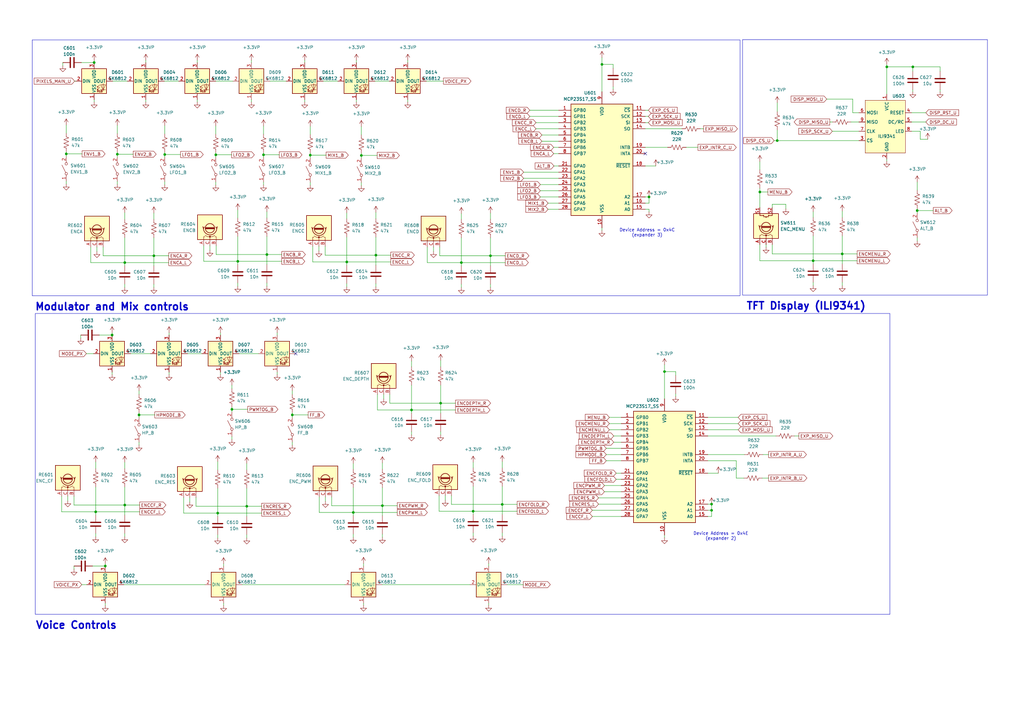
<source format=kicad_sch>
(kicad_sch (version 20231120) (generator "eeschema") (generator_version "8.0")
  (paper "A3")
  (junction (at 51.181 207.137))
  (junction (at 38.608 25.654))
  (junction (at 154.178 104.648))
  (junction (at 109.474 104.394))
  (junction (at 88.519 63.5))
  (junction (at 63.119 104.902))
  (junction (at 101.219 207.645))
  (junction (at 333.502 106.934))
  (junction (at 180.721 165.354))
  (junction (at 311.658 78.74))
  (junction (at 48.133 63.246))
  (junction (at 168.783 168.148))
  (junction (at 345.44 104.14))
  (junction (at 374.396 27.432))
  (junction (at 318.77 57.658))
  (junction (at 51.181 107.696))
  (junction (at 363.728 27.432))
  (junction (at 95.123 167.894))
  (junction (at 27.178 63.119))
  (junction (at 272.542 152.4))
  (junction (at 376.174 86.36))
  (junction (at 291.846 206.756))
  (junction (at 89.281 210.439))
  (junction (at 291.846 209.296))
  (junction (at 57.023 170.18))
  (junction (at 45.974 137.414))
  (junction (at 246.888 26.416))
  (junction (at 144.907 210.185))
  (junction (at 97.536 107.188))
  (junction (at 201.168 104.902))
  (junction (at 67.564 63.373))
  (junction (at 39.243 209.931))
  (junction (at 148.209 63.754))
  (junction (at 127.254 63.627))
  (junction (at 142.24 107.442))
  (junction (at 156.845 207.391))
  (junction (at 119.888 170.18))
  (junction (at 108.077 63.5))
  (junction (at 189.23 107.696))
  (junction (at 43.18 232.156))
  (junction (at 266.192 80.772))
  (junction (at 194.056 209.677))
  (junction (at 205.994 206.883))
  (no_connect (at 121.285 145.034))
  (no_connect (at 264.668 62.992))
  (wire (pts (xy 97.536 107.188) (xy 115.57 107.188)))
  (wire (pts (xy 376.174 85.598) (xy 376.174 86.36)))
  (wire (pts (xy 95.123 167.005) (xy 95.123 167.894)))
  (wire (pts (xy 272.542 219.456) (xy 272.542 220.472)))
  (wire (pts (xy 154.178 87.122) (xy 154.178 89.662)))
  (wire (pts (xy 59.817 40.894) (xy 59.817 41.783)))
  (wire (pts (xy 30.353 207.137) (xy 51.181 207.137)))
  (wire (pts (xy 159.893 165.354) (xy 180.721 165.354)))
  (wire (pts (xy 39.243 209.931) (xy 39.243 199.771)))
  (wire (pts (xy 185.166 203.327) (xy 185.166 206.883)))
  (wire (pts (xy 177.8 101.346) (xy 177.8 103.124)))
  (wire (pts (xy 156.845 189.865) (xy 156.845 192.405)))
  (wire (pts (xy 221.615 80.772) (xy 229.108 80.772)))
  (wire (pts (xy 180.086 203.327) (xy 180.086 209.677)))
  (wire (pts (xy 277.114 152.4) (xy 272.542 152.4)))
  (wire (pts (xy 317.5 57.658) (xy 318.77 57.658)))
  (wire (pts (xy 67.564 63.373) (xy 67.564 64.389)))
  (wire (pts (xy 127.254 63.627) (xy 133.731 63.627)))
  (wire (pts (xy 180.721 165.354) (xy 180.721 157.988)))
  (wire (pts (xy 43.18 231.267) (xy 43.18 232.156)))
  (wire (pts (xy 291.846 206.756) (xy 291.846 209.296)))
  (wire (pts (xy 63.119 116.586) (xy 63.119 117.856)))
  (wire (pts (xy 127.254 51.816) (xy 127.254 55.118)))
  (wire (pts (xy 180.721 147.828) (xy 180.721 150.368)))
  (wire (pts (xy 156.718 239.776) (xy 192.786 239.776)))
  (wire (pts (xy 51.181 116.586) (xy 51.181 117.856)))
  (wire (pts (xy 245.491 204.216) (xy 254.762 204.216)))
  (wire (pts (xy 333.502 115.824) (xy 333.502 117.094)))
  (wire (pts (xy 67.564 62.484) (xy 67.564 63.373)))
  (wire (pts (xy 30.353 232.156) (xy 30.353 233.426)))
  (wire (pts (xy 142.24 87.376) (xy 142.24 89.662)))
  (wire (pts (xy 224.79 83.312) (xy 229.108 83.312)))
  (wire (pts (xy 91.694 231.267) (xy 91.694 232.156)))
  (wire (pts (xy 291.846 206.756) (xy 290.322 206.756)))
  (wire (pts (xy 180.34 104.902) (xy 201.168 104.902)))
  (wire (pts (xy 222.25 55.372) (xy 229.108 55.372)))
  (wire (pts (xy 246.888 26.416) (xy 246.888 37.592)))
  (wire (pts (xy 39.243 209.931) (xy 57.277 209.931)))
  (wire (pts (xy 88.646 100.838) (xy 88.646 104.394)))
  (wire (pts (xy 194.056 189.611) (xy 194.056 191.897)))
  (wire (pts (xy 288.544 52.832) (xy 287.274 52.832)))
  (wire (pts (xy 245.491 206.756) (xy 254.762 206.756)))
  (wire (pts (xy 89.281 210.439) (xy 89.281 211.709)))
  (wire (pts (xy 42.291 104.902) (xy 63.119 104.902)))
  (wire (pts (xy 201.168 104.902) (xy 201.168 108.966)))
  (wire (pts (xy 242.951 209.296) (xy 254.762 209.296)))
  (wire (pts (xy 130.81 101.092) (xy 130.81 102.87)))
  (wire (pts (xy 248.666 186.436) (xy 254.762 186.436)))
  (wire (pts (xy 247.904 201.676) (xy 254.762 201.676)))
  (wire (pts (xy 318.77 42.164) (xy 318.77 45.72)))
  (wire (pts (xy 277.114 161.544) (xy 277.114 162.56)))
  (wire (pts (xy 345.44 104.14) (xy 351.536 104.14)))
  (wire (pts (xy 48.133 63.246) (xy 48.133 64.262)))
  (wire (pts (xy 113.665 136.525) (xy 113.665 137.414)))
  (wire (pts (xy 154.813 161.798) (xy 154.813 168.148)))
  (wire (pts (xy 69.342 152.654) (xy 69.342 153.543)))
  (wire (pts (xy 294.64 194.056) (xy 290.322 194.056)))
  (wire (pts (xy 57.023 170.18) (xy 57.023 171.196)))
  (wire (pts (xy 59.817 24.765) (xy 59.817 25.654)))
  (wire (pts (xy 97.536 107.188) (xy 97.536 97.028)))
  (wire (pts (xy 37.973 232.156) (xy 43.18 232.156)))
  (wire (pts (xy 80.391 207.645) (xy 101.219 207.645)))
  (wire (pts (xy 249.936 171.196) (xy 254.762 171.196)))
  (wire (pts (xy 290.322 173.736) (xy 302.768 173.736)))
  (wire (pts (xy 214.757 73.152) (xy 229.108 73.152)))
  (wire (pts (xy 200.406 247.396) (xy 200.406 248.158)))
  (wire (pts (xy 119.888 160.274) (xy 119.888 161.671)))
  (wire (pts (xy 51.181 207.137) (xy 57.277 207.137)))
  (wire (pts (xy 37.211 101.346) (xy 37.211 107.696)))
  (wire (pts (xy 27.178 74.295) (xy 27.178 75.438)))
  (wire (pts (xy 25.273 203.581) (xy 25.273 209.931)))
  (wire (pts (xy 167.259 40.894) (xy 167.259 41.783)))
  (wire (pts (xy 272.542 152.4) (xy 272.542 163.576)))
  (wire (pts (xy 302.006 196.088) (xy 305.054 196.088)))
  (wire (pts (xy 265.938 50.292) (xy 264.668 50.292)))
  (wire (pts (xy 133.477 203.835) (xy 133.477 205.613)))
  (wire (pts (xy 51.181 107.696) (xy 69.215 107.696)))
  (wire (pts (xy 61.722 145.034) (xy 53.594 145.034)))
  (wire (pts (xy 311.658 78.74) (xy 311.658 85.09)))
  (wire (pts (xy 290.322 176.276) (xy 302.768 176.276)))
  (wire (pts (xy 127.254 63.627) (xy 127.254 64.643)))
  (wire (pts (xy 251.714 181.356) (xy 254.762 181.356)))
  (wire (pts (xy 377.444 53.848) (xy 373.888 53.848)))
  (wire (pts (xy 248.666 183.896) (xy 254.762 183.896)))
  (wire (pts (xy 175.26 101.346) (xy 175.26 107.696)))
  (wire (pts (xy 90.424 136.525) (xy 90.424 137.414)))
  (wire (pts (xy 291.846 209.296) (xy 291.846 211.836)))
  (wire (pts (xy 363.728 26.416) (xy 363.728 27.432)))
  (wire (pts (xy 57.023 160.274) (xy 57.023 161.671)))
  (wire (pts (xy 83.566 107.188) (xy 97.536 107.188)))
  (wire (pts (xy 95.123 157.988) (xy 95.123 159.385)))
  (wire (pts (xy 33.528 239.776) (xy 35.56 239.776)))
  (wire (pts (xy 144.907 210.185) (xy 144.907 211.455)))
  (wire (pts (xy 109.474 86.868) (xy 109.474 89.408)))
  (wire (pts (xy 30.353 203.581) (xy 30.353 207.137)))
  (wire (pts (xy 77.851 204.089) (xy 77.851 205.867)))
  (wire (pts (xy 377.444 57.15) (xy 380.492 57.15)))
  (wire (pts (xy 154.178 104.648) (xy 154.178 108.712)))
  (wire (pts (xy 316.738 104.14) (xy 345.44 104.14)))
  (wire (pts (xy 363.728 27.432) (xy 363.728 38.608)))
  (wire (pts (xy 227.076 60.452) (xy 229.108 60.452)))
  (wire (pts (xy 312.674 196.088) (xy 315.214 196.088)))
  (wire (pts (xy 113.665 152.654) (xy 113.665 153.543)))
  (wire (pts (xy 345.44 104.14) (xy 345.44 96.774)))
  (wire (pts (xy 385.572 27.432) (xy 374.396 27.432)))
  (wire (pts (xy 51.181 87.249) (xy 51.181 89.916)))
  (wire (pts (xy 25.273 209.931) (xy 39.243 209.931)))
  (wire (pts (xy 316.738 100.33) (xy 316.738 104.14)))
  (wire (pts (xy 376.174 97.536) (xy 376.174 98.806)))
  (wire (pts (xy 168.783 168.148) (xy 168.783 169.418)))
  (wire (pts (xy 189.23 107.696) (xy 189.23 97.536)))
  (wire (pts (xy 180.086 209.677) (xy 194.056 209.677)))
  (wire (pts (xy 82.804 145.034) (xy 76.962 145.034)))
  (wire (pts (xy 89.281 189.357) (xy 89.281 192.659)))
  (wire (pts (xy 265.938 47.752) (xy 264.668 47.752)))
  (wire (pts (xy 345.44 115.824) (xy 345.44 117.094)))
  (wire (pts (xy 97.536 86.106) (xy 97.536 89.408)))
  (wire (pts (xy 63.119 87.376) (xy 63.119 89.916)))
  (wire (pts (xy 219.837 52.832) (xy 229.108 52.832)))
  (wire (pts (xy 311.658 106.934) (xy 333.502 106.934)))
  (wire (pts (xy 33.147 137.414) (xy 33.147 138.684)))
  (wire (pts (xy 154.813 168.148) (xy 168.783 168.148)))
  (wire (pts (xy 376.174 74.676) (xy 376.174 77.978)))
  (wire (pts (xy 339.09 40.64) (xy 349.758 40.64)))
  (wire (pts (xy 349.758 40.64) (xy 349.758 46.228)))
  (wire (pts (xy 149.098 231.14) (xy 149.098 232.156)))
  (wire (pts (xy 302.006 188.976) (xy 302.006 196.088)))
  (wire (pts (xy 318.77 53.34) (xy 318.77 57.658)))
  (wire (pts (xy 377.444 57.15) (xy 377.444 53.848)))
  (wire (pts (xy 37.211 107.696) (xy 51.181 107.696)))
  (wire (pts (xy 316.738 83.82) (xy 322.326 83.82)))
  (wire (pts (xy 217.297 45.212) (xy 229.108 45.212)))
  (wire (pts (xy 291.846 209.296) (xy 290.322 209.296)))
  (wire (pts (xy 311.658 77.216) (xy 311.658 78.74)))
  (wire (pts (xy 25.781 25.654) (xy 25.781 26.924)))
  (wire (pts (xy 142.24 107.442) (xy 142.24 97.282)))
  (wire (pts (xy 43.18 247.396) (xy 43.18 248.285)))
  (wire (pts (xy 108.077 63.5) (xy 108.077 64.516)))
  (wire (pts (xy 75.311 210.439) (xy 89.281 210.439)))
  (wire (pts (xy 130.937 210.185) (xy 144.907 210.185)))
  (wire (pts (xy 194.056 209.677) (xy 194.056 199.517)))
  (wire (pts (xy 101.219 219.329) (xy 101.219 220.599)))
  (wire (pts (xy 88.519 74.676) (xy 88.519 75.819)))
  (wire (pts (xy 144.907 219.075) (xy 144.907 220.345)))
  (wire (pts (xy 97.536 116.078) (xy 97.536 117.348)))
  (wire (pts (xy 248.666 188.976) (xy 254.762 188.976)))
  (wire (pts (xy 40.767 137.414) (xy 45.974 137.414)))
  (wire (pts (xy 110.744 33.274) (xy 117.348 33.274)))
  (wire (pts (xy 63.119 104.902) (xy 63.119 97.536)))
  (wire (pts (xy 127.254 62.738) (xy 127.254 63.627)))
  (wire (pts (xy 174.879 33.274) (xy 181.864 33.274)))
  (wire (pts (xy 136.017 207.391) (xy 156.845 207.391)))
  (wire (pts (xy 247.904 199.136) (xy 254.762 199.136)))
  (wire (pts (xy 124.968 24.765) (xy 124.968 25.654)))
  (wire (pts (xy 109.474 104.394) (xy 109.474 108.458)))
  (wire (pts (xy 88.519 51.689) (xy 88.519 54.991)))
  (wire (pts (xy 156.845 207.391) (xy 156.845 200.025)))
  (wire (pts (xy 168.783 177.038) (xy 168.783 178.308)))
  (wire (pts (xy 227.076 62.992) (xy 229.108 62.992)))
  (wire (pts (xy 35.433 145.034) (xy 38.354 145.034)))
  (wire (pts (xy 88.519 63.5) (xy 88.519 64.516)))
  (wire (pts (xy 148.209 63.754) (xy 148.209 64.77)))
  (wire (pts (xy 217.297 47.752) (xy 229.108 47.752)))
  (wire (pts (xy 311.658 100.33) (xy 311.658 106.934)))
  (wire (pts (xy 345.44 104.14) (xy 345.44 108.204)))
  (wire (pts (xy 290.322 171.196) (xy 302.768 171.196)))
  (wire (pts (xy 251.46 27.94) (xy 251.46 26.416)))
  (wire (pts (xy 86.106 100.838) (xy 86.106 102.616)))
  (wire (pts (xy 51.181 107.696) (xy 51.181 97.536)))
  (wire (pts (xy 189.23 107.696) (xy 207.264 107.696)))
  (wire (pts (xy 101.219 207.645) (xy 107.315 207.645)))
  (wire (pts (xy 333.502 86.868) (xy 333.502 89.154)))
  (wire (pts (xy 148.209 74.93) (xy 148.209 76.073)))
  (wire (pts (xy 180.721 165.354) (xy 180.721 169.418)))
  (wire (pts (xy 314.198 100.33) (xy 314.198 101.346)))
  (wire (pts (xy 51.181 218.821) (xy 51.181 220.091)))
  (wire (pts (xy 101.219 207.645) (xy 101.219 211.709)))
  (wire (pts (xy 277.114 153.924) (xy 277.114 152.4)))
  (wire (pts (xy 38.608 24.765) (xy 38.608 25.654)))
  (wire (pts (xy 363.728 65.278) (xy 363.728 66.04)))
  (wire (pts (xy 38.608 40.894) (xy 38.608 41.783)))
  (wire (pts (xy 39.243 209.931) (xy 39.243 211.201)))
  (wire (pts (xy 103.124 24.765) (xy 103.124 25.654)))
  (wire (pts (xy 88.519 63.5) (xy 94.996 63.5)))
  (wire (pts (xy 189.23 107.696) (xy 189.23 108.966)))
  (wire (pts (xy 333.502 106.934) (xy 333.502 108.204)))
  (wire (pts (xy 168.783 168.148) (xy 168.783 157.988)))
  (wire (pts (xy 385.572 36.83) (xy 385.572 37.592)))
  (wire (pts (xy 201.168 116.586) (xy 201.168 117.856)))
  (wire (pts (xy 101.219 207.645) (xy 101.219 200.279)))
  (wire (pts (xy 133.35 104.648) (xy 154.178 104.648)))
  (wire (pts (xy 251.714 178.816) (xy 254.762 178.816)))
  (wire (pts (xy 45.974 136.525) (xy 45.974 137.414)))
  (wire (pts (xy 27.178 62.23) (xy 27.178 63.119)))
  (wire (pts (xy 154.178 104.648) (xy 154.178 97.282)))
  (wire (pts (xy 348.996 50.038) (xy 352.298 50.038)))
  (wire (pts (xy 89.281 219.329) (xy 89.281 220.599)))
  (wire (pts (xy 249.936 173.736) (xy 254.762 173.736)))
  (wire (pts (xy 48.133 74.422) (xy 48.133 75.565)))
  (wire (pts (xy 48.133 63.246) (xy 54.61 63.246)))
  (wire (pts (xy 272.542 149.606) (xy 272.542 152.4)))
  (wire (pts (xy 149.098 247.396) (xy 149.098 248.158)))
  (wire (pts (xy 95.123 167.894) (xy 101.6 167.894)))
  (wire (pts (xy 180.721 165.354) (xy 186.817 165.354)))
  (wire (pts (xy 48.133 62.357) (xy 48.133 63.246)))
  (wire (pts (xy 75.311 204.089) (xy 75.311 210.439)))
  (wire (pts (xy 175.26 107.696) (xy 189.23 107.696)))
  (wire (pts (xy 144.907 210.185) (xy 162.941 210.185)))
  (wire (pts (xy 130.937 203.835) (xy 130.937 210.185)))
  (wire (pts (xy 51.181 207.137) (xy 51.181 199.771)))
  (wire (pts (xy 39.243 189.484) (xy 39.243 192.151)))
  (wire (pts (xy 42.291 101.346) (xy 42.291 104.902)))
  (wire (pts (xy 63.119 104.902) (xy 69.215 104.902)))
  (wire (pts (xy 205.994 206.883) (xy 205.994 199.517)))
  (wire (pts (xy 194.056 209.677) (xy 212.09 209.677)))
  (wire (pts (xy 146.177 24.765) (xy 146.177 25.654)))
  (wire (pts (xy 159.893 161.798) (xy 159.893 165.354)))
  (wire (pts (xy 108.077 62.611) (xy 108.077 63.5)))
  (wire (pts (xy 252.73 196.596) (xy 254.762 196.596)))
  (wire (pts (xy 109.474 104.394) (xy 115.57 104.394)))
  (wire (pts (xy 83.566 100.838) (xy 83.566 107.188)))
  (wire (pts (xy 374.396 27.432) (xy 374.396 29.21)))
  (wire (pts (xy 180.721 177.038) (xy 180.721 178.308)))
  (wire (pts (xy 33.401 25.654) (xy 38.608 25.654)))
  (wire (pts (xy 144.907 190.119) (xy 144.907 192.405)))
  (wire (pts (xy 119.888 169.291) (xy 119.888 170.18)))
  (wire (pts (xy 133.35 101.092) (xy 133.35 104.648)))
  (wire (pts (xy 67.564 63.373) (xy 74.041 63.373)))
  (wire (pts (xy 251.46 35.56) (xy 251.46 36.576)))
  (wire (pts (xy 266.192 85.852) (xy 264.668 85.852)))
  (wire (pts (xy 374.396 27.432) (xy 363.728 27.432)))
  (wire (pts (xy 189.23 116.586) (xy 189.23 117.856)))
  (wire (pts (xy 132.588 33.274) (xy 138.557 33.274)))
  (wire (pts (xy 373.888 46.228) (xy 379.73 46.228)))
  (wire (pts (xy 148.209 63.754) (xy 154.686 63.754)))
  (wire (pts (xy 242.951 211.836) (xy 254.762 211.836)))
  (wire (pts (xy 27.178 63.119) (xy 27.178 64.135)))
  (wire (pts (xy 311.658 78.74) (xy 314.96 78.74)))
  (wire (pts (xy 109.474 116.078) (xy 109.474 117.348)))
  (wire (pts (xy 341.376 53.848) (xy 352.298 53.848)))
  (wire (pts (xy 27.178 51.308) (xy 27.178 54.61)))
  (wire (pts (xy 89.281 210.439) (xy 107.315 210.439)))
  (wire (pts (xy 318.77 57.658) (xy 352.298 57.658)))
  (wire (pts (xy 345.44 86.614) (xy 345.44 89.154)))
  (wire (pts (xy 57.023 181.356) (xy 57.023 182.499)))
  (wire (pts (xy 246.888 93.472) (xy 246.888 94.488)))
  (wire (pts (xy 265.938 45.212) (xy 264.668 45.212)))
  (wire (pts (xy 148.209 62.865) (xy 148.209 63.754)))
  (wire (pts (xy 153.797 33.274) (xy 159.639 33.274)))
  (wire (pts (xy 95.123 179.07) (xy 95.123 180.213)))
  (wire (pts (xy 205.994 189.357) (xy 205.994 191.897)))
  (wire (pts (xy 97.536 107.188) (xy 97.536 108.458)))
  (wire (pts (xy 142.24 116.332) (xy 142.24 117.602)))
  (wire (pts (xy 154.178 116.332) (xy 154.178 117.602)))
  (wire (pts (xy 189.23 87.63) (xy 189.23 89.916)))
  (wire (pts (xy 144.907 210.185) (xy 144.907 200.025)))
  (wire (pts (xy 252.73 194.056) (xy 254.762 194.056)))
  (wire (pts (xy 119.888 170.18) (xy 119.888 171.196)))
  (wire (pts (xy 264.668 60.452) (xy 273.812 60.452)))
  (wire (pts (xy 103.124 40.894) (xy 103.124 41.783)))
  (wire (pts (xy 146.177 40.894) (xy 146.177 41.783)))
  (wire (pts (xy 200.406 231.14) (xy 200.406 232.156)))
  (wire (pts (xy 168.783 148.082) (xy 168.783 150.368)))
  (wire (pts (xy 69.342 136.525) (xy 69.342 137.414)))
  (wire (pts (xy 376.174 86.36) (xy 376.174 87.376)))
  (wire (pts (xy 63.119 104.902) (xy 63.119 108.966)))
  (wire (pts (xy 45.974 152.654) (xy 45.974 153.543)))
  (wire (pts (xy 374.396 36.83) (xy 374.396 37.592)))
  (wire (pts (xy 311.658 66.294) (xy 311.658 69.596)))
  (wire (pts (xy 219.837 50.292) (xy 229.108 50.292)))
  (wire (pts (xy 88.519 33.274) (xy 95.504 33.274)))
  (wire (pts (xy 27.178 63.119) (xy 33.655 63.119)))
  (wire (pts (xy 266.192 80.772) (xy 264.668 80.772)))
  (wire (pts (xy 316.738 85.09) (xy 316.738 83.82)))
  (wire (pts (xy 98.044 145.034) (xy 106.045 145.034)))
  (wire (pts (xy 281.432 60.452) (xy 286.258 60.452)))
  (wire (pts (xy 80.391 204.089) (xy 80.391 207.645)))
  (wire (pts (xy 290.322 188.976) (xy 302.006 188.976)))
  (wire (pts (xy 148.209 51.943) (xy 148.209 55.245)))
  (wire (pts (xy 385.572 29.21) (xy 385.572 27.432)))
  (wire (pts (xy 80.899 24.765) (xy 80.899 25.654)))
  (wire (pts (xy 249.936 176.276) (xy 254.762 176.276)))
  (wire (pts (xy 291.846 211.836) (xy 290.322 211.836)))
  (wire (pts (xy 221.615 75.692) (xy 229.108 75.692)))
  (wire (pts (xy 30.607 33.274) (xy 30.988 33.274)))
  (wire (pts (xy 201.168 104.902) (xy 207.264 104.902)))
  (wire (pts (xy 108.077 63.5) (xy 114.554 63.5)))
  (wire (pts (xy 84.074 239.776) (xy 50.8 239.776)))
  (wire (pts (xy 136.017 203.835) (xy 136.017 207.391)))
  (wire (pts (xy 108.077 51.689) (xy 108.077 54.991)))
  (wire (pts (xy 90.424 152.654) (xy 90.424 153.543)))
  (wire (pts (xy 91.694 247.396) (xy 91.694 248.285)))
  (wire (pts (xy 251.46 26.416) (xy 246.888 26.416)))
  (wire (pts (xy 194.056 218.567) (xy 194.056 219.837)))
  (wire (pts (xy 51.181 107.696) (xy 51.181 108.966)))
  (wire (pts (xy 48.133 51.435) (xy 48.133 54.737)))
  (wire (pts (xy 322.326 83.82) (xy 322.326 85.598)))
  (wire (pts (xy 185.166 206.883) (xy 205.994 206.883)))
  (wire (pts (xy 290.322 186.436) (xy 305.308 186.436)))
  (wire (pts (xy 156.845 207.391) (xy 162.941 207.391)))
  (wire (pts (xy 266.192 80.772) (xy 266.192 83.312)))
  (wire (pts (xy 222.25 57.912) (xy 229.108 57.912)))
  (wire (pts (xy 67.437 33.274) (xy 73.279 33.274)))
  (wire (pts (xy 108.077 74.676) (xy 108.077 75.819)))
  (wire (pts (xy 88.519 62.611) (xy 88.519 63.5)))
  (wire (pts (xy 376.174 86.36) (xy 382.778 86.36)))
  (wire (pts (xy 99.314 239.776) (xy 141.478 239.776)))
  (wire (pts (xy 167.259 24.765) (xy 167.259 25.654)))
  (wire (pts (xy 142.24 107.442) (xy 160.274 107.442)))
  (wire (pts (xy 51.181 189.611) (xy 51.181 192.151)))
  (wire (pts (xy 205.994 206.883) (xy 205.994 210.947)))
  (wire (pts (xy 290.322 178.816) (xy 318.262 178.816)))
  (wire (pts (xy 266.192 86.868) (xy 266.192 85.852)))
  (wire (pts (xy 279.654 52.832) (xy 264.668 52.832)))
  (wire (pts (xy 227.203 68.072) (xy 229.108 68.072)))
  (wire (pts (xy 224.79 85.852) (xy 229.108 85.852)))
  (wire (pts (xy 333.502 106.934) (xy 333.502 96.774)))
  (wire (pts (xy 266.192 83.312) (xy 264.668 83.312)))
  (wire (pts (xy 201.168 87.376) (xy 201.168 89.916)))
  (wire (pts (xy 156.845 219.075) (xy 156.845 220.345)))
  (wire (pts (xy 194.056 209.677) (xy 194.056 210.947)))
  (wire (pts (xy 142.24 107.442) (xy 142.24 108.712)))
  (wire (pts (xy 109.474 104.394) (xy 109.474 97.028)))
  (wire (pts (xy 201.168 104.902) (xy 201.168 97.536)))
  (wire (pts (xy 182.626 203.327) (xy 182.626 205.105)))
  (wire (pts (xy 312.928 186.436) (xy 315.214 186.436)))
  (wire (pts (xy 119.888 170.18) (xy 126.365 170.18)))
  (wire (pts (xy 246.888 23.622) (xy 246.888 26.416)))
  (wire (pts (xy 268.986 68.072) (xy 264.668 68.072)))
  (wire (pts (xy 168.783 168.148) (xy 186.817 168.148)))
  (wire (pts (xy 51.181 207.137) (xy 51.181 211.201)))
  (wire (pts (xy 340.36 50.038) (xy 341.376 50.038)))
  (wire (pts (xy 67.564 74.549) (xy 67.564 75.692)))
  (wire (pts (xy 214.757 70.612) (xy 229.108 70.612)))
  (wire (pts (xy 128.27 107.442) (xy 142.24 107.442)))
  (wire (pts (xy 57.023 169.291) (xy 57.023 170.18)))
  (wire (pts (xy 67.564 51.562) (xy 67.564 54.864)))
  (wire (pts (xy 27.813 203.581) (xy 27.813 205.359)))
  (wire (pts (xy 128.27 101.092) (xy 128.27 107.442)))
  (wire (pts (xy 89.281 210.439) (xy 89.281 200.279)))
  (wire (pts (xy 39.243 218.821) (xy 39.243 220.091)))
  (wire (pts (xy 57.023 170.18) (xy 63.5 170.18)))
  (wire (pts (xy 127.254 74.803) (xy 127.254 75.946)))
  (wire (pts (xy 154.178 104.648) (xy 160.274 104.648)))
  (wire (pts (xy 221.615 78.232) (xy 229.108 78.232)))
  (wire (pts (xy 373.888 50.038) (xy 379.73 50.038)))
  (wire (pts (xy 88.646 104.394) (xy 109.474 104.394)))
  (wire (pts (xy 156.845 207.391) (xy 156.845 211.455)))
  (wire (pts (xy 333.502 106.934) (xy 351.536 106.934)))
  (wire (pts (xy 157.353 161.798) (xy 157.353 163.576)))
  (wire (pts (xy 180.34 101.346) (xy 180.34 104.902)))
  (wire (pts (xy 205.994 218.567) (xy 205.994 219.837)))
  (wire (pts (xy 349.758 46.228) (xy 352.298 46.228)))
  (wire (pts (xy 46.228 33.274) (xy 52.197 33.274)))
  (wire (pts (xy 101.219 190.119) (xy 101.219 192.659)))
  (wire (pts (xy 119.888 181.356) (xy 119.888 182.499)))
  (wire (pts (xy 208.026 239.776) (xy 214.63 239.776)))
  (wire (pts (xy 327.66 178.816) (xy 325.882 178.816)))
  (wire (pts (xy 80.899 40.894) (xy 80.899 41.783)))
  (wire (pts (xy 205.994 206.883) (xy 212.09 206.883)))
  (wire (pts (xy 39.751 101.346) (xy 39.751 103.124)))
  (wire (pts (xy 95.123 167.894) (xy 95.123 168.91)))
  (wire (pts (xy 124.968 40.894) (xy 124.968 41.783)))
  (rectangle (start 13.208 16.383) (end 303.53 121.285))
  (rectangle (start 14.478 128.5748) (end 364.998 251.968))
  (rectangle (start 304.546 16.256) (end 405.003 121.031))
  (text "Modulator and Mix controls" (at 14.224 127.7112 0) (effects (font (size 3 3) (thickness 0.6) (bold yes)) (justify left bottom)))
  (text "Device Address = 0x4E\n(expander 2)" (at 295.656 219.964 0) (effects (font (size 1.27 1.27))))
  (text "Device Address = 0x4C\n(expander 3)" (at 265.43 95.504 0) (effects (font (size 1.27 1.27))))
  (text "TFT Display (ILI9341)" (at 305.943 127.381 0) (effects (font (size 3 3) (thickness 0.6) (bold yes)) (justify left bottom)))
  (text "Voice Controls" (at 14.478 258.318 0) (effects (font (size 3 3) (thickness 0.6) (bold yes)) (justify left bottom)))
  (global_label "ENCD_R" (shape input) (at 217.297 45.212 180) (property "Intersheetrefs" "${INTERSHEET_REFS}" (effects (hide yes))))
  (global_label "ENCC_R" (shape output) (at 160.274 104.648 0) (property "Intersheetrefs" "${INTERSHEET_REFS}" (effects (hide yes))))
  (global_label "ENCPWM_L" (shape output) (at 162.941 210.185 0) (property "Intersheetrefs" "${INTERSHEET_REFS}" (effects (hide yes))))
  (global_label "ENCB_L" (shape output) (at 115.57 107.188 0) (property "Intersheetrefs" "${INTERSHEET_REFS}" (effects (hide yes))))
  (global_label "VOICE_PX" (shape output) (at 181.864 33.274 0) (property "Intersheetrefs" "${INTERSHEET_REFS}" (effects (hide yes))))
  (global_label "DISP_RST_U" (shape input) (at 379.73 46.228 0) (property "Intersheetrefs" "${INTERSHEET_REFS}" (effects (hide yes))))
  (global_label "ENCA_R" (shape output) (at 69.215 104.902 0) (property "Intersheetrefs" "${INTERSHEET_REFS}" (effects (hide yes))))
  (global_label "ENCFOLD_L" (shape output) (at 212.09 209.677 0) (property "Intersheetrefs" "${INTERSHEET_REFS}" (effects (hide yes))))
  (global_label "ENCB_R" (shape output) (at 115.57 104.394 0) (property "Intersheetrefs" "${INTERSHEET_REFS}" (effects (hide yes))))
  (global_label "ENV1_B" (shape output) (at 33.655 63.119 0) (property "Intersheetrefs" "${INTERSHEET_REFS}" (effects (hide yes))))
  (global_label "MIX2_B" (shape output) (at 154.686 63.754 0) (property "Intersheetrefs" "${INTERSHEET_REFS}" (effects (hide yes))))
  (global_label "ENCDEPTH_L" (shape output) (at 186.817 168.148 0) (property "Intersheetrefs" "${INTERSHEET_REFS}" (effects (hide yes))))
  (global_label "ENCC_R" (shape input) (at 219.837 50.292 180) (property "Intersheetrefs" "${INTERSHEET_REFS}" (effects (hide yes))))
  (global_label "HPMODE_B" (shape output) (at 63.5 170.18 0) (property "Intersheetrefs" "${INTERSHEET_REFS}" (effects (hide yes))))
  (global_label "LFO1_B" (shape input) (at 221.615 75.692 180) (property "Intersheetrefs" "${INTERSHEET_REFS}" (effects (hide yes))))
  (global_label "LFO3_B" (shape output) (at 114.554 63.5 0) (property "Intersheetrefs" "${INTERSHEET_REFS}" (effects (hide yes))))
  (global_label "ENCPWM_R" (shape input) (at 247.904 199.136 180) (property "Intersheetrefs" "${INTERSHEET_REFS}" (effects (hide yes))))
  (global_label "ENCMENU_R" (shape output) (at 351.536 104.14 0) (property "Intersheetrefs" "${INTERSHEET_REFS}" (effects (hide yes))))
  (global_label "ENCC_L" (shape output) (at 160.274 107.442 0) (property "Intersheetrefs" "${INTERSHEET_REFS}" (effects (hide yes))))
  (global_label "ENCMENU_R" (shape input) (at 249.936 173.736 180) (property "Intersheetrefs" "${INTERSHEET_REFS}" (effects (hide yes))))
  (global_label "ENV2_B" (shape output) (at 54.61 63.246 0) (property "Intersheetrefs" "${INTERSHEET_REFS}" (effects (hide yes))))
  (global_label "ENCFOLD_R" (shape output) (at 212.09 206.883 0) (property "Intersheetrefs" "${INTERSHEET_REFS}" (effects (hide yes))))
  (global_label "ENCRES_L" (shape input) (at 245.491 206.756 180) (property "Intersheetrefs" "${INTERSHEET_REFS}" (effects (hide yes))))
  (global_label "ALT_B" (shape output) (at 382.778 86.36 0) (property "Intersheetrefs" "${INTERSHEET_REFS}" (effects (hide yes))))
  (global_label "ENCDEPTH_R" (shape input) (at 251.714 181.356 180) (property "Intersheetrefs" "${INTERSHEET_REFS}" (effects (hide yes))))
  (global_label "EXP_MOSI_U" (shape input) (at 265.938 50.292 0) (property "Intersheetrefs" "${INTERSHEET_REFS}" (effects (hide yes))))
  (global_label "DISP_MISO_U" (shape output) (at 340.36 50.038 180) (property "Intersheetrefs" "${INTERSHEET_REFS}" (effects (hide yes))))
  (global_label "DISP_SCK_U" (shape input) (at 341.376 53.848 180) (property "Intersheetrefs" "${INTERSHEET_REFS}" (effects (hide yes))))
  (global_label "ENCCF_R" (shape output) (at 57.277 207.137 0) (property "Intersheetrefs" "${INTERSHEET_REFS}" (effects (hide yes))))
  (global_label "ENCPWM_R" (shape output) (at 162.941 207.391 0) (property "Intersheetrefs" "${INTERSHEET_REFS}" (effects (hide yes))))
  (global_label "DISP_MOSI_U" (shape input) (at 339.09 40.64 180) (property "Intersheetrefs" "${INTERSHEET_REFS}" (effects (hide yes))))
  (global_label "MIX1_B" (shape input) (at 224.79 83.312 180) (property "Intersheetrefs" "${INTERSHEET_REFS}" (effects (hide yes))))
  (global_label "ENCDEPTH_L" (shape input) (at 251.714 178.816 180) (property "Intersheetrefs" "${INTERSHEET_REFS}" (effects (hide yes))))
  (global_label "LFO2_B" (shape input) (at 221.615 78.232 180) (property "Intersheetrefs" "${INTERSHEET_REFS}" (effects (hide yes))))
  (global_label "LFO1_B" (shape output) (at 74.041 63.373 0) (property "Intersheetrefs" "${INTERSHEET_REFS}" (effects (hide yes))))
  (global_label "ENCRES_R" (shape input) (at 245.491 204.216 180) (property "Intersheetrefs" "${INTERSHEET_REFS}" (effects (hide yes))))
  (global_label "DISP_DC_U" (shape input) (at 379.73 50.038 0) (property "Intersheetrefs" "${INTERSHEET_REFS}" (effects (hide yes))))
  (global_label "PIXELS_MAIN_U" (shape input) (at 30.607 33.274 180) (property "Intersheetrefs" "${INTERSHEET_REFS}" (effects (hide yes))))
  (global_label "MENU_B" (shape input) (at 249.936 171.196 180) (property "Intersheetrefs" "${INTERSHEET_REFS}" (effects (hide yes))))
  (global_label "ENCA_L" (shape output) (at 69.215 107.696 0) (property "Intersheetrefs" "${INTERSHEET_REFS}" (effects (hide yes))))
  (global_label "ENCRES_R" (shape output) (at 107.315 207.645 0) (property "Intersheetrefs" "${INTERSHEET_REFS}" (effects (hide yes))))
  (global_label "EXP_CS_U" (shape input) (at 265.938 45.212 0) (property "Intersheetrefs" "${INTERSHEET_REFS}" (effects (hide yes))))
  (global_label "DISP_CS_U" (shape input) (at 317.5 57.658 180) (property "Intersheetrefs" "${INTERSHEET_REFS}" (effects (hide yes))))
  (global_label "ENCMENU_L" (shape input) (at 249.936 176.276 180) (property "Intersheetrefs" "${INTERSHEET_REFS}" (effects (hide yes))))
  (global_label "ENCCF_L" (shape input) (at 242.951 211.836 180) (property "Intersheetrefs" "${INTERSHEET_REFS}" (effects (hide yes))))
  (global_label "ENCD_L" (shape output) (at 207.264 107.696 0) (property "Intersheetrefs" "${INTERSHEET_REFS}" (effects (hide yes))))
  (global_label "ENCD_R" (shape output) (at 207.264 104.902 0) (property "Intersheetrefs" "${INTERSHEET_REFS}" (effects (hide yes))))
  (global_label "EXP_INTR_A_U" (shape output) (at 315.214 186.436 0) (property "Intersheetrefs" "${INTERSHEET_REFS}" (effects (hide yes))))
  (global_label "ENCRES_L" (shape output) (at 107.315 210.439 0) (property "Intersheetrefs" "${INTERSHEET_REFS}" (effects (hide yes))))
  (global_label "LFO2_B" (shape output) (at 94.996 63.5 0) (property "Intersheetrefs" "${INTERSHEET_REFS}" (effects (hide yes))))
  (global_label "LFO3_B" (shape input) (at 221.615 80.772 180) (property "Intersheetrefs" "${INTERSHEET_REFS}" (effects (hide yes))))
  (global_label "ENCD_L" (shape input) (at 217.297 47.752 180) (property "Intersheetrefs" "${INTERSHEET_REFS}" (effects (hide yes))))
  (global_label "EXP_MISO_U" (shape output) (at 288.544 52.832 0) (property "Intersheetrefs" "${INTERSHEET_REFS}" (effects (hide yes))))
  (global_label "VOICE_PX" (shape input) (at 33.528 239.776 180) (property "Intersheetrefs" "${INTERSHEET_REFS}" (effects (hide yes))))
  (global_label "FF_B" (shape input) (at 248.666 188.976 180) (property "Intersheetrefs" "${INTERSHEET_REFS}" (effects (hide yes))))
  (global_label "FF_B" (shape output) (at 126.365 170.18 0) (property "Intersheetrefs" "${INTERSHEET_REFS}" (effects (hide yes))))
  (global_label "ENV1_B" (shape input) (at 214.757 70.612 180) (property "Intersheetrefs" "${INTERSHEET_REFS}" (effects (hide yes))))
  (global_label "ENCC_L" (shape input) (at 219.837 52.832 180) (property "Intersheetrefs" "${INTERSHEET_REFS}" (effects (hide yes))))
  (global_label "ENCFOLD_R" (shape input) (at 252.73 194.056 180) (property "Intersheetrefs" "${INTERSHEET_REFS}" (effects (hide yes))))
  (global_label "ENCPWM_L" (shape input) (at 247.904 201.676 180) (property "Intersheetrefs" "${INTERSHEET_REFS}" (effects (hide yes))))
  (global_label "ENCDEPTH_R" (shape output) (at 186.817 165.354 0) (property "Intersheetrefs" "${INTERSHEET_REFS}" (effects (hide yes))))
  (global_label "EXP_MOSI_U" (shape input) (at 302.768 176.276 0) (property "Intersheetrefs" "${INTERSHEET_REFS}" (effects (hide yes))))
  (global_label "MIX2_B" (shape input) (at 224.79 85.852 180) (property "Intersheetrefs" "${INTERSHEET_REFS}" (effects (hide yes))))
  (global_label "EXP_INTR_B_U" (shape output) (at 315.214 196.088 0) (property "Intersheetrefs" "${INTERSHEET_REFS}" (effects (hide yes))))
  (global_label "EXP_INTR_C_U" (shape output) (at 286.258 60.452 0) (property "Intersheetrefs" "${INTERSHEET_REFS}" (effects (hide yes))))
  (global_label "ENCA_R" (shape input) (at 227.076 60.452 180) (property "Intersheetrefs" "${INTERSHEET_REFS}" (effects (hide yes))))
  (global_label "ENCCF_L" (shape output) (at 57.277 209.931 0) (property "Intersheetrefs" "${INTERSHEET_REFS}" (effects (hide yes))))
  (global_label "EXP_SCK_U" (shape input) (at 302.768 173.736 0) (property "Intersheetrefs" "${INTERSHEET_REFS}" (effects (hide yes))))
  (global_label "ENCMENU_L" (shape output) (at 351.536 106.934 0) (property "Intersheetrefs" "${INTERSHEET_REFS}" (effects (hide yes))))
  (global_label "EXP_MISO_U" (shape output) (at 327.66 178.816 0) (property "Intersheetrefs" "${INTERSHEET_REFS}" (effects (hide yes))))
  (global_label "ENCFOLD_L" (shape input) (at 252.73 196.596 180) (property "Intersheetrefs" "${INTERSHEET_REFS}" (effects (hide yes))))
  (global_label "PWMTOG_B" (shape output) (at 101.6 167.894 0) (property "Intersheetrefs" "${INTERSHEET_REFS}" (effects (hide yes))))
  (global_label "ENCB_R" (shape input) (at 222.25 55.372 180) (property "Intersheetrefs" "${INTERSHEET_REFS}" (effects (hide yes))))
  (global_label "EXP_SCK_U" (shape input) (at 265.938 47.752 0) (property "Intersheetrefs" "${INTERSHEET_REFS}" (effects (hide yes))))
  (global_label "MIX1_B" (shape output) (at 133.731 63.627 0) (property "Intersheetrefs" "${INTERSHEET_REFS}" (effects (hide yes))))
  (global_label "PWMTOG_B" (shape input) (at 248.666 183.896 180) (property "Intersheetrefs" "${INTERSHEET_REFS}" (effects (hide yes))))
  (global_label "MODE_PX" (shape input) (at 35.433 145.034 180) (property "Intersheetrefs" "${INTERSHEET_REFS}" (effects (hide yes))))
  (global_label "ENCB_L" (shape input) (at 222.25 57.912 180) (property "Intersheetrefs" "${INTERSHEET_REFS}" (effects (hide yes))))
  (global_label "ENCA_L" (shape input) (at 227.076 62.992 180) (property "Intersheetrefs" "${INTERSHEET_REFS}" (effects (hide yes))))
  (global_label "MENU_B" (shape output) (at 314.96 78.74 0) (property "Intersheetrefs" "${INTERSHEET_REFS}" (effects (hide yes))))
  (global_label "EXP_CS_U" (shape input) (at 302.768 171.196 0) (property "Intersheetrefs" "${INTERSHEET_REFS}" (effects (hide yes))))
  (global_label "MODE_PX" (shape output) (at 214.63 239.776 0) (property "Intersheetrefs" "${INTERSHEET_REFS}" (effects (hide yes))))
  (global_label "HPMODE_B" (shape input) (at 248.666 186.436 180) (property "Intersheetrefs" "${INTERSHEET_REFS}" (effects (hide yes))))
  (global_label "ALT_B" (shape input) (at 227.203 68.072 180) (property "Intersheetrefs" "${INTERSHEET_REFS}" (effects (hide yes))))
  (global_label "ENV2_B" (shape input) (at 214.757 73.152 180) (property "Intersheetrefs" "${INTERSHEET_REFS}" (effects (hide yes))))
  (global_label "ENCCF_R" (shape input) (at 242.951 209.296 180) (property "Intersheetrefs" "${INTERSHEET_REFS}" (effects (hide yes))))
  (symbol (lib_id "power:+3.3V") (at 142.24 87.376 0) (unit 1)
    (property "Reference" "#PWR0713" (effects (hide yes)))
    (property "Value" "+3.3VP" (at 142.24 82.042 0))
  )
  (symbol (lib_id "LED:SK6812") (at 69.342 145.034 0) (unit 1)
    (property "Reference" "D605" (at 78.994 141.3861 0))
    (property "Value" "SK6812" (at 78.994 143.9261 0))
    (property "Footprint" "LED_SMD:LED_SK6812_PLCC4_5.0x5.0mm_P3.2mm" (effects (hide yes)))
    (property "Datasheet" "https://cdn-shop.adafruit.com/product-files/1138/SK6812+LED+datasheet+.pdf" (effects (hide yes)))
  )
  (symbol (lib_id "power:GND") (at 142.24 117.602 0) (unit 1)
    (property "Reference" "#PWR0714" (effects (hide yes)))
    (property "Value" "GNDA" (effects (hide yes)))
  )
  (symbol (lib_id "Device:C") (at 374.396 33.02 0) (unit 1)
    (property "Reference" "C626" (at 371.094 31.75 0) (effects (justify right)))
    (property "Value" "100n" (at 371.094 34.29 0) (effects (justify right)))
    (property "Footprint" "Capacitor_SMD:C_0805_2012Metric" (effects (hide yes)))
  )
  (symbol (lib_id "power:GND") (at 157.353 163.576 0) (unit 1)
    (property "Reference" "#PWR0727" (effects (hide yes)))
    (property "Value" "GNDA" (effects (hide yes)))
  )
  (symbol (lib_id "Interface_Expansion:MCP23S17_SS") (at 246.888 65.532 0) (mirror y) (unit 1)
    (property "Reference" "U601" (at 244.6939 38.1 0) (effects (justify left)))
    (property "Value" "MCP23S17_SS" (at 244.6939 40.64 0) (effects (justify left)))
    (property "Footprint" "Package_SO:SSOP-28_5.3x10.2mm_P0.65mm" (effects (hide yes)))
    (property "Datasheet" "http://ww1.microchip.com/downloads/en/DeviceDoc/20001952C.pdf" (effects (hide yes)))
  )
  (symbol (lib_id "power:GND") (at 77.851 205.867 0) (unit 1)
    (property "Reference" "#PWR0679" (effects (hide yes)))
    (property "Value" "GNDA" (effects (hide yes)))
  )
  (symbol (lib_id "power:GND") (at 133.477 205.613 0) (unit 1)
    (property "Reference" "#PWR0712" (effects (hide yes)))
    (property "Value" "GNDA" (effects (hide yes)))
  )
  (symbol (lib_id "LED:SK6812") (at 43.18 239.776 0) (unit 1)
    (property "Reference" "D602" (at 52.832 236.1281 0))
    (property "Value" "SK6812" (at 52.832 238.6681 0))
    (property "Footprint" "LED_SMD:LED_SK6812_PLCC4_5.0x5.0mm_P3.2mm" (effects (hide yes)))
    (property "Datasheet" "https://cdn-shop.adafruit.com/product-files/1138/SK6812+LED+datasheet+.pdf" (effects (hide yes)))
  )
  (symbol (lib_id "Device:C") (at 63.119 112.776 0) (unit 1)
    (property "Reference" "C607" (at 59.817 111.506 0) (effects (justify right)))
    (property "Value" "10n" (at 59.817 114.046 0) (effects (justify right)))
    (property "Footprint" "Capacitor_SMD:C_0805_2012Metric" (effects (hide yes)))
  )
  (symbol (lib_id "Device:R_US") (at 345.186 50.038 90) (unit 1)
    (property "Reference" "R637" (at 345.186 44.196 90))
    (property "Value" "22R" (at 345.186 46.736 90))
    (property "Footprint" "Resistor_SMD:R_0805_2012Metric" (effects (hide yes)))
    (property "Description" "Resistor, US symbol" (effects (hide yes)))
  )
  (symbol (lib_id "Device:C") (at 189.23 112.776 0) (unit 1)
    (property "Reference" "C618" (at 185.928 111.506 0) (effects (justify right)))
    (property "Value" "10n" (at 185.928 114.046 0) (effects (justify right)))
    (property "Footprint" "Capacitor_SMD:C_0805_2012Metric" (effects (hide yes)))
  )
  (symbol (lib_id "power:GND") (at 127.254 75.946 0) (unit 1)
    (property "Reference" "#PWR0710" (effects (hide yes)))
    (property "Value" "GNDA" (effects (hide yes)))
  )
  (symbol (lib_id "Device:C") (at 168.783 173.228 0) (unit 1)
    (property "Reference" "C616" (at 165.481 171.958 0) (effects (justify right)))
    (property "Value" "10n" (at 165.481 174.498 0) (effects (justify right)))
    (property "Footprint" "Capacitor_SMD:C_0805_2012Metric" (effects (hide yes)))
  )
  (symbol (lib_id "Device:C") (at 51.181 112.776 0) (unit 1)
    (property "Reference" "C605" (at 47.879 111.506 0) (effects (justify right)))
    (property "Value" "10n" (at 47.879 114.046 0) (effects (justify right)))
    (property "Footprint" "Capacitor_SMD:C_0805_2012Metric" (effects (hide yes)))
  )
  (symbol (lib_id "power:GND") (at 119.888 182.499 0) (unit 1)
    (property "Reference" "#PWR0706" (effects (hide yes)))
    (property "Value" "GNDA" (effects (hide yes)))
  )
  (symbol (lib_id "Device:RotaryEncoder") (at 133.477 196.215 90) (unit 1)
    (property "Reference" "RE606" (at 127.635 194.945 90) (effects (justify left)))
    (property "Value" "ENC_PWM" (at 127.635 197.485 90) (effects (justify left)))
    (property "Footprint" "Rotary_Encoder:RotaryEncoder_Alps_EC12E_Vertical_H20mm_NOMP" (effects (hide yes)))
  )
  (symbol (lib_id "Device:R_US") (at 189.23 93.726 0) (unit 1)
    (property "Reference" "R625" (at 191.262 92.456 0) (effects (justify left)))
    (property "Value" "47k" (at 191.262 94.996 0) (effects (justify left)))
    (property "Footprint" "Resistor_SMD:R_0805_2012Metric" (effects (hide yes)))
  )
  (symbol (lib_id "power:GND") (at 33.147 138.684 0) (unit 1)
    (property "Reference" "#PWR0653" (effects (hide yes)))
    (property "Value" "GNDA" (effects (hide yes)))
  )
  (symbol (lib_id "power:+3.3V") (at 144.907 190.119 0) (unit 1)
    (property "Reference" "#PWR0715" (effects (hide yes)))
    (property "Value" "+3.3VP" (at 144.907 184.785 0))
  )
  (symbol (lib_id "Device:R_US") (at 345.44 92.964 0) (unit 1)
    (property "Reference" "R638" (at 347.218 91.694 0) (effects (justify left)))
    (property "Value" "47k" (at 347.218 94.234 0) (effects (justify left)))
    (property "Footprint" "Resistor_SMD:R_0805_2012Metric" (effects (hide yes)))
  )
  (symbol (lib_id "Device:R_US") (at 109.474 93.218 0) (unit 1)
    (property "Reference" "R615" (at 111.252 91.948 0) (effects (justify left)))
    (property "Value" "47k" (at 111.252 94.488 0) (effects (justify left)))
    (property "Footprint" "Resistor_SMD:R_0805_2012Metric" (effects (hide yes)))
  )
  (symbol (lib_id "Device:C") (at 34.163 232.156 90) (unit 1)
    (property "Reference" "C602" (at 30.48 226.187 90) (effects (justify right)))
    (property "Value" "100n" (at 30.48 228.727 90) (effects (justify right)))
    (property "Footprint" "Capacitor_SMD:C_0805_2012Metric" (effects (hide yes)))
  )
  (symbol (lib_id "power:GND") (at 146.177 41.783 0) (unit 1)
    (property "Reference" "#PWR0718" (effects (hide yes)))
    (property "Value" "GNDA" (effects (hide yes)))
  )
  (symbol (lib_id "Device:R_US") (at 194.056 195.707 0) (unit 1)
    (property "Reference" "R626" (at 196.088 194.437 0) (effects (justify left)))
    (property "Value" "47k" (at 196.088 196.977 0) (effects (justify left)))
    (property "Footprint" "Resistor_SMD:R_0805_2012Metric" (effects (hide yes)))
  )
  (symbol (lib_id "power:GND") (at 322.326 85.598 0) (unit 1)
    (property "Reference" "#PWR0760" (effects (hide yes)))
    (property "Value" "GNDA" (effects (hide yes)))
  )
  (symbol (lib_id "Device:C") (at 154.178 112.522 0) (unit 1)
    (property "Reference" "C614" (at 150.876 111.252 0) (effects (justify right)))
    (property "Value" "10n" (at 150.876 113.792 0) (effects (justify right)))
    (property "Footprint" "Capacitor_SMD:C_0805_2012Metric" (effects (hide yes)))
  )
  (symbol (lib_id "Device:C") (at 29.591 25.654 90) (unit 1)
    (property "Reference" "C601" (at 25.908 19.685 90) (effects (justify right)))
    (property "Value" "100n" (at 25.908 22.225 90) (effects (justify right)))
    (property "Footprint" "Capacitor_SMD:C_0805_2012Metric" (effects (hide yes)))
  )
  (symbol (lib_id "power:GND") (at 205.994 219.837 0) (unit 1)
    (property "Reference" "#PWR0745" (effects (hide yes)))
    (property "Value" "GNDA" (effects (hide yes)))
  )
  (symbol (lib_id "Device:C") (at 180.721 173.228 0) (unit 1)
    (property "Reference" "C617" (at 177.419 171.958 0) (effects (justify right)))
    (property "Value" "10n" (at 177.419 174.498 0) (effects (justify right)))
    (property "Footprint" "Capacitor_SMD:C_0805_2012Metric" (effects (hide yes)))
  )
  (symbol (lib_id "power:GND") (at 156.845 220.345 0) (unit 1)
    (property "Reference" "#PWR0726" (effects (hide yes)))
    (property "Value" "GNDA" (effects (hide yes)))
  )
  (symbol (lib_id "power:GND") (at 89.281 220.599 0) (unit 1)
    (property "Reference" "#PWR0686" (effects (hide yes)))
    (property "Value" "GNDA" (effects (hide yes)))
  )
  (symbol (lib_id "power:GND") (at 374.396 37.592 0) (unit 1)
    (property "Reference" "#PWR0765" (effects (hide yes)))
    (property "Value" "GNDA" (effects (hide yes)))
  )
  (symbol (lib_id "power:GND") (at 57.023 182.499 0) (unit 1)
    (property "Reference" "#PWR0670" (effects (hide yes)))
    (property "Value" "GNDA" (effects (hide yes)))
  )
  (symbol (lib_id "power:+3.3V") (at 200.406 231.14 0) (unit 1)
    (property "Reference" "#PWR0740" (effects (hide yes)))
    (property "Value" "+3.3VP" (at 200.406 225.806 0))
  )
  (symbol (lib_id "power:GND") (at 194.056 219.837 0) (unit 1)
    (property "Reference" "#PWR0739" (effects (hide yes)))
    (property "Value" "GNDA" (effects (hide yes)))
  )
  (symbol (lib_id "Device:R_US") (at 101.219 196.469 0) (unit 1)
    (property "Reference" "R613" (at 102.997 195.199 0) (effects (justify left)))
    (property "Value" "47k" (at 102.997 197.739 0) (effects (justify left)))
    (property "Footprint" "Resistor_SMD:R_0805_2012Metric" (effects (hide yes)))
  )
  (symbol (lib_id "power:GND") (at 109.474 117.348 0) (unit 1)
    (property "Reference" "#PWR0702" (effects (hide yes)))
    (property "Value" "GNDA" (effects (hide yes)))
  )
  (symbol (lib_id "power:+3.3V") (at 180.721 147.828 0) (unit 1)
    (property "Reference" "#PWR0733" (effects (hide yes)))
    (property "Value" "+3.3VP" (at 180.721 142.494 0))
  )
  (symbol (lib_id "power:GND") (at 124.968 41.783 0) (unit 1)
    (property "Reference" "#PWR0708" (effects (hide yes)))
    (property "Value" "GNDA" (effects (hide yes)))
  )
  (symbol (lib_id "Device:RotaryEncoder") (at 39.751 93.726 90) (unit 1)
    (property "Reference" "RE602" (at 33.909 92.456 90) (effects (justify left)))
    (property "Value" "ENCA" (at 33.909 94.996 90) (effects (justify left)))
    (property "Footprint" "Rotary_Encoder:RotaryEncoder_Alps_EC12E_Vertical_H20mm_NOMP" (effects (hide yes)))
  )
  (symbol (lib_id "Device:R_US") (at 88.519 58.801 0) (unit 1)
    (property "Reference" "R609" (at 90.551 57.531 0) (effects (justify left)))
    (property "Value" "47k" (at 90.551 60.071 0) (effects (justify left)))
    (property "Footprint" "Resistor_SMD:R_0805_2012Metric" (effects (hide yes)))
  )
  (symbol (lib_id "power:+3.3V") (at 63.119 87.376 0) (unit 1)
    (property "Reference" "#PWR0673" (effects (hide yes)))
    (property "Value" "+3.3VP" (at 63.119 82.042 0))
  )
  (symbol (lib_id "power:GND") (at 272.542 220.472 0) (mirror y) (unit 1)
    (property "Reference" "#PWR0753" (effects (hide yes)))
    (property "Value" "GNDA" (effects (hide yes)))
  )
  (symbol (lib_id "power:+3.3V") (at 59.817 24.765 0) (unit 1)
    (property "Reference" "#PWR0671" (effects (hide yes)))
    (property "Value" "+3.3VP" (at 59.817 19.431 0))
  )
  (symbol (lib_id "power:GND") (at 182.626 205.105 0) (unit 1)
    (property "Reference" "#PWR0735" (effects (hide yes)))
    (property "Value" "GNDA" (effects (hide yes)))
  )
  (symbol (lib_id "Device:C") (at 385.572 33.02 0) (unit 1)
    (property "Reference" "C627" (at 382.27 31.75 0) (effects (justify right)))
    (property "Value" "10u" (at 382.27 34.29 0) (effects (justify right)))
    (property "Footprint" "Capacitor_SMD:C_0805_2012Metric" (effects (hide yes)))
  )
  (symbol (lib_id "power:GND") (at 27.813 205.359 0) (unit 1)
    (property "Reference" "#PWR0651" (effects (hide yes)))
    (property "Value" "GNDA" (effects (hide yes)))
  )
  (symbol (lib_id "Device:C") (at 36.957 137.414 90) (unit 1)
    (property "Reference" "C603" (at 33.274 131.445 90) (effects (justify right)))
    (property "Value" "100n" (at 33.274 133.985 90) (effects (justify right)))
    (property "Footprint" "Capacitor_SMD:C_0805_2012Metric" (effects (hide yes)))
  )
  (symbol (lib_id "Switch:SW_SPST") (at 127.254 69.723 90) (unit 1)
    (property "Reference" "SW609" (at 129.159 68.453 90) (effects (justify right)))
    (property "Value" "MIX1_B" (at 129.159 70.993 90) (effects (justify right)))
    (property "Footprint" "Button_Switch_THT:SW_PUSH_6mm" (effects (hide yes)))
  )
  (symbol (lib_id "LED:SK6812") (at 149.098 239.776 0) (unit 1)
    (property "Reference" "D613" (at 158.75 236.1281 0))
    (property "Value" "SK6812" (at 158.75 238.6681 0))
    (property "Footprint" "LED_SMD:LED_SK6812_PLCC4_5.0x5.0mm_P3.2mm" (effects (hide yes)))
    (property "Datasheet" "https://cdn-shop.adafruit.com/product-files/1138/SK6812+LED+datasheet+.pdf" (effects (hide yes)))
  )
  (symbol (lib_id "Device:R_US") (at 127.254 58.928 0) (unit 1)
    (property "Reference" "R617" (at 129.286 57.658 0) (effects (justify left)))
    (property "Value" "47k" (at 129.286 60.198 0) (effects (justify left)))
    (property "Footprint" "Resistor_SMD:R_0805_2012Metric" (effects (hide yes)))
  )
  (symbol (lib_id "power:GND") (at 201.168 117.856 0) (unit 1)
    (property "Reference" "#PWR0743" (effects (hide yes)))
    (property "Value" "GNDA" (effects (hide yes)))
  )
  (symbol (lib_id "power:+3.3V") (at 67.564 51.562 0) (unit 1)
    (property "Reference" "#PWR0675" (effects (hide yes)))
    (property "Value" "+3.3VP" (at 67.564 46.228 0))
  )
  (symbol (lib_id "Device:C") (at 39.243 215.011 0) (unit 1)
    (property "Reference" "C604" (at 35.941 213.741 0) (effects (justify right)))
    (property "Value" "10n" (at 35.941 216.281 0) (effects (justify right)))
    (property "Footprint" "Capacitor_SMD:C_0805_2012Metric" (effects (hide yes)))
  )
  (symbol (lib_id "Display_Graphic:ILI9314_breakout_9pin") (at 363.728 51.308 0) (unit 1)
    (property "Reference" "U603" (at 365.9221 39.37 0) (effects (justify left)))
    (property "Value" "ILI9341" (at 363.728 55.88 0))
    (property "Footprint" "Display:TFTBreakout_ILI9341_340x320" (effects (hide yes)))
  )
  (symbol (lib_id "Device:R_US") (at 89.281 196.469 0) (unit 1)
    (property "Reference" "R610" (at 91.313 195.199 0) (effects (justify left)))
    (property "Value" "47k" (at 91.313 197.739 0) (effects (justify left)))
    (property "Footprint" "Resistor_SMD:R_0805_2012Metric" (effects (hide yes)))
  )
  (symbol (lib_id "power:GND") (at 43.18 248.285 0) (unit 1)
    (property "Reference" "#PWR0660" (effects (hide yes)))
    (property "Value" "GNDA" (effects (hide yes)))
  )
  (symbol (lib_id "power:+3.3V") (at 148.209 51.943 0) (unit 1)
    (property "Reference" "#PWR0719" (effects (hide yes)))
    (property "Value" "+3.3VP" (at 148.209 46.609 0))
  )
  (symbol (lib_id "power:GND") (at 130.81 102.87 0) (unit 1)
    (property "Reference" "#PWR0711" (effects (hide yes)))
    (property "Value" "GNDA" (effects (hide yes)))
  )
  (symbol (lib_id "power:GND") (at 363.728 66.04 0) (mirror y) (unit 1)
    (property "Reference" "#PWR0767" (effects (hide yes)))
    (property "Value" "GNDA" (effects (hide yes)))
  )
  (symbol (lib_id "Device:R_US") (at 376.174 81.788 0) (unit 1)
    (property "Reference" "R639" (at 378.206 80.518 0) (effects (justify left)))
    (property "Value" "47k" (at 378.206 83.058 0) (effects (justify left)))
    (property "Footprint" "Resistor_SMD:R_0805_2012Metric" (effects (hide yes)))
  )
  (symbol (lib_id "Device:RotaryEncoder") (at 86.106 93.218 90) (unit 1)
    (property "Reference" "RE604" (at 80.264 91.948 90) (effects (justify left)))
    (property "Value" "ENCB" (at 80.264 94.488 90) (effects (justify left)))
    (property "Footprint" "Rotary_Encoder:RotaryEncoder_Alps_EC12E_Vertical_H20mm_NOMP" (effects (hide yes)))
  )
  (symbol (lib_id "Device:R_US") (at 119.888 165.481 0) (unit 1)
    (property "Reference" "R616" (at 121.92 164.211 0) (effects (justify left)))
    (property "Value" "47k" (at 121.92 166.751 0) (effects (justify left)))
    (property "Footprint" "Resistor_SMD:R_0805_2012Metric" (effects (hide yes)))
  )
  (symbol (lib_id "power:GND") (at 27.178 75.438 0) (unit 1)
    (property "Reference" "#PWR0650" (effects (hide yes)))
    (property "Value" "GNDA" (effects (hide yes)))
  )
  (symbol (lib_id "Device:RotaryEncoder") (at 77.851 196.469 90) (unit 1)
    (property "Reference" "RE603" (at 72.009 195.199 90) (effects (justify left)))
    (property "Value" "ENC_RES" (at 72.009 197.739 90) (effects (justify left)))
    (property "Footprint" "Rotary_Encoder:RotaryEncoder_Alps_EC12E_Vertical_H20mm_NOMP" (effects (hide yes)))
  )
  (symbol (lib_id "Device:R_US") (at 322.072 178.816 90) (unit 1)
    (property "Reference" "R635" (at 322.072 172.974 90))
    (property "Value" "22R" (at 322.072 175.514 90))
    (property "Footprint" "Resistor_SMD:R_0805_2012Metric" (effects (hide yes)))
    (property "Description" "Resistor, US symbol" (effects (hide yes)))
  )
  (symbol (lib_id "Device:R_US") (at 318.77 49.53 0) (unit 1)
    (property "Reference" "R634" (at 320.802 48.26 0) (effects (justify left)))
    (property "Value" "47k" (at 320.802 50.8 0) (effects (justify left)))
    (property "Footprint" "Resistor_SMD:R_0805_2012Metric" (effects (hide yes)))
  )
  (symbol (lib_id "Device:R_US") (at 51.181 93.726 0) (unit 1)
    (property "Reference" "R604" (at 53.213 92.456 0) (effects (justify left)))
    (property "Value" "47k" (at 53.213 94.996 0) (effects (justify left)))
    (property "Footprint" "Resistor_SMD:R_0805_2012Metric" (effects (hide yes)))
  )
  (symbol (lib_id "Device:R_US") (at 144.907 196.215 0) (unit 1)
    (property "Reference" "R619" (at 146.939 194.945 0) (effects (justify left)))
    (property "Value" "47k" (at 146.939 197.485 0) (effects (justify left)))
    (property "Footprint" "Resistor_SMD:R_0805_2012Metric" (effects (hide yes)))
  )
  (symbol (lib_id "Device:R_US") (at 48.133 58.547 0) (unit 1)
    (property "Reference" "R603" (at 50.165 57.277 0) (effects (justify left)))
    (property "Value" "47k" (at 50.165 59.817 0) (effects (justify left)))
    (property "Footprint" "Resistor_SMD:R_0805_2012Metric" (effects (hide yes)))
  )
  (symbol (lib_id "Device:R_US") (at 148.209 59.055 0) (unit 1)
    (property "Reference" "R620" (at 150.241 57.785 0) (effects (justify left)))
    (property "Value" "47k" (at 150.241 60.325 0) (effects (justify left)))
    (property "Footprint" "Resistor_SMD:R_0805_2012Metric" (effects (hide yes)))
  )
  (symbol (lib_id "Device:RotaryEncoder") (at 157.353 154.178 90) (unit 1)
    (property "Reference" "RE607" (at 151.511 152.908 90) (effects (justify left)))
    (property "Value" "ENC_DEPTH" (at 151.511 155.448 90) (effects (justify left)))
    (property "Footprint" "Rotary_Encoder:RotaryEncoder_Alps_EC12E_Vertical_H20mm_NOMP" (effects (hide yes)))
  )
  (symbol (lib_id "Device:C") (at 345.44 112.014 0) (unit 1)
    (property "Reference" "C625" (at 342.138 110.744 0) (effects (justify right)))
    (property "Value" "10n" (at 342.138 113.284 0) (effects (justify right)))
    (property "Footprint" "Capacitor_SMD:C_0805_2012Metric" (effects (hide yes)))
  )
  (symbol (lib_id "Device:R_US") (at 154.178 93.472 0) (unit 1)
    (property "Reference" "R621" (at 155.956 92.202 0) (effects (justify left)))
    (property "Value" "47k" (at 155.956 94.742 0) (effects (justify left)))
    (property "Footprint" "Resistor_SMD:R_0805_2012Metric" (effects (hide yes)))
  )
  (symbol (lib_id "power:+3.3V") (at 27.178 51.308 0) (unit 1)
    (property "Reference" "#PWR0649" (effects (hide yes)))
    (property "Value" "+3.3VP" (at 27.178 45.974 0))
  )
  (symbol (lib_id "Device:R_US") (at 283.464 52.832 90) (unit 1)
    (property "Reference" "R630" (at 283.464 46.99 90))
    (property "Value" "22R" (at 283.464 49.53 90))
    (property "Footprint" "Resistor_SMD:R_0805_2012Metric" (effects (hide yes)))
    (property "Description" "Resistor, US symbol" (effects (hide yes)))
  )
  (symbol (lib_id "Device:C") (at 101.219 215.519 0) (unit 1)
    (property "Reference" "C610" (at 97.917 214.249 0) (effects (justify right)))
    (property "Value" "10n" (at 97.917 216.789 0) (effects (justify right)))
    (property "Footprint" "Capacitor_SMD:C_0805_2012Metric" (effects (hide yes)))
  )
  (symbol (lib_id "LED:SK6812") (at 200.406 239.776 0) (unit 1)
    (property "Reference" "D615" (at 210.058 236.1281 0))
    (property "Value" "SK6812" (at 210.058 238.6681 0))
    (property "Footprint" "LED_SMD:LED_SK6812_PLCC4_5.0x5.0mm_P3.2mm" (effects (hide yes)))
    (property "Datasheet" "https://cdn-shop.adafruit.com/product-files/1138/SK6812+LED+datasheet+.pdf" (effects (hide yes)))
  )
  (symbol (lib_id "Device:R_US") (at 168.783 154.178 0) (unit 1)
    (property "Reference" "R623" (at 170.815 152.908 0) (effects (justify left)))
    (property "Value" "47k" (at 170.815 155.448 0) (effects (justify left)))
    (property "Footprint" "Resistor_SMD:R_0805_2012Metric" (effects (hide yes)))
  )
  (symbol (lib_id "power:+3.3V") (at 109.474 86.868 0) (unit 1)
    (property "Reference" "#PWR0701" (effects (hide yes)))
    (property "Value" "+3.3VP" (at 109.474 81.534 0))
  )
  (symbol (lib_id "Device:R_US") (at 67.564 58.674 0) (unit 1)
    (property "Reference" "R608" (at 69.596 57.404 0) (effects (justify left)))
    (property "Value" "47k" (at 69.596 59.944 0) (effects (justify left)))
    (property "Footprint" "Resistor_SMD:R_0805_2012Metric" (effects (hide yes)))
  )
  (symbol (lib_id "power:+3.3V") (at 43.18 231.267 0) (unit 1)
    (property "Reference" "#PWR0659" (effects (hide yes)))
    (property "Value" "+3.3VP" (at 43.18 225.933 0))
  )
  (symbol (lib_id "power:+3.3V") (at 189.23 87.63 0) (unit 1)
    (property "Reference" "#PWR0736" (effects (hide yes)))
    (property "Value" "+3.3VP" (at 189.23 82.296 0))
  )
  (symbol (lib_id "power:GND") (at 30.353 233.426 0) (unit 1)
    (property "Reference" "#PWR0652" (effects (hide yes)))
    (property "Value" "GNDA" (effects (hide yes)))
  )
  (symbol (lib_id "power:GND") (at 246.888 94.488 0) (mirror y) (unit 1)
    (property "Reference" "#PWR0747" (effects (hide yes)))
    (property "Value" "GNDA" (effects (hide yes)))
  )
  (symbol (lib_id "LED:SK6812") (at 91.694 239.776 0) (unit 1)
    (property "Reference" "D608" (at 101.346 236.1281 0))
    (property "Value" "SK6812" (at 101.346 238.6681 0))
    (property "Footprint" "LED_SMD:LED_SK6812_PLCC4_5.0x5.0mm_P3.2mm" (effects (hide yes)))
    (property "Datasheet" "https://cdn-shop.adafruit.com/product-files/1138/SK6812+LED+datasheet+.pdf" (effects (hide yes)))
  )
  (symbol (lib_id "Device:C") (at 142.24 112.522 0) (unit 1)
    (property "Reference" "C612" (at 138.938 111.252 0) (effects (justify right)))
    (property "Value" "10n" (at 138.938 113.792 0) (effects (justify right)))
    (property "Footprint" "Capacitor_SMD:C_0805_2012Metric" (effects (hide yes)))
  )
  (symbol (lib_id "power:GND") (at 51.181 220.091 0) (unit 1)
    (property "Reference" "#PWR0668" (effects (hide yes)))
    (property "Value" "GNDA" (effects (hide yes)))
  )
  (symbol (lib_id "power:GND") (at 385.572 37.592 0) (unit 1)
    (property "Reference" "#PWR0839" (effects (hide yes)))
    (property "Value" "GNDA" (effects (hide yes)))
  )
  (symbol (lib_id "power:+3.3V") (at 167.259 24.765 0) (unit 1)
    (property "Reference" "#PWR0728" (effects (hide yes)))
    (property "Value" "+3.3VP" (at 167.259 19.431 0))
  )
  (symbol (lib_id "LED:SK6812") (at 38.608 33.274 0) (unit 1)
    (property "Reference" "D601" (at 48.26 29.6261 0))
    (property "Value" "SK6812" (at 48.26 32.1661 0))
    (property "Footprint" "LED_SMD:LED_SK6812_PLCC4_5.0x5.0mm_P3.2mm" (effects (hide yes)))
    (property "Datasheet" "https://cdn-shop.adafruit.com/product-files/1138/SK6812+LED+datasheet+.pdf" (effects (hide yes)))
  )
  (symbol (lib_id "power:GND") (at 144.907 220.345 0) (unit 1)
    (property "Reference" "#PWR0716" (effects (hide yes)))
    (property "Value" "GNDA" (effects (hide yes)))
  )
  (symbol (lib_id "power:+3.3V") (at 80.899 24.765 0) (unit 1)
    (property "Reference" "#PWR0680" (effects (hide yes)))
    (property "Value" "+3.3VP" (at 80.899 19.431 0))
  )
  (symbol (lib_id "power:+3.3V") (at 294.64 194.056 0) (mirror y) (unit 1)
    (property "Reference" "#PWR0756" (effects (hide yes)))
    (property "Value" "+3.3VP" (at 298.45 192.532 0))
  )
  (symbol (lib_id "Interface_Expansion:MCP23S17_SS") (at 272.542 191.516 0) (mirror y) (unit 1)
    (property "Reference" "U602" (at 270.3479 164.084 0) (effects (justify left)))
    (property "Value" "MCP23S17_SS" (at 270.3479 166.624 0) (effects (justify left)))
    (property "Footprint" "Package_SO:SSOP-28_5.3x10.2mm_P0.65mm" (effects (hide yes)))
    (property "Datasheet" "http://ww1.microchip.com/downloads/en/DeviceDoc/20001952C.pdf" (effects (hide yes)))
  )
  (symbol (lib_id "LED:SK6812") (at 103.124 33.274 0) (unit 1)
    (property "Reference" "D609" (at 112.776 29.6261 0))
    (property "Value" "SK6812" (at 112.776 32.1661 0))
    (property "Footprint" "LED_SMD:LED_SK6812_PLCC4_5.0x5.0mm_P3.2mm" (effects (hide yes)))
    (property "Datasheet" "https://cdn-shop.adafruit.com/product-files/1138/SK6812+LED+datasheet+.pdf" (effects (hide yes)))
  )
  (symbol (lib_id "power:GND") (at 69.342 153.543 0) (unit 1)
    (property "Reference" "#PWR0678" (effects (hide yes)))
    (property "Value" "GNDA" (effects (hide yes)))
  )
  (symbol (lib_id "power:+3.3V") (at 119.888 160.274 0) (unit 1)
    (property "Reference" "#PWR0705" (effects (hide yes)))
    (property "Value" "+3.3VP" (at 119.888 154.94 0))
  )
  (symbol (lib_id "power:GND") (at 25.781 26.924 0) (unit 1)
    (property "Reference" "#PWR0648" (effects (hide yes)))
    (property "Value" "GNDA" (effects (hide yes)))
  )
  (symbol (lib_id "Switch:SW_SPST") (at 119.888 176.276 90) (unit 1)
    (property "Reference" "SW608" (at 121.92 175.006 90) (effects (justify right)))
    (property "Value" "FF_B" (at 121.92 177.546 90) (effects (justify right)))
    (property "Footprint" "Button_Switch_THT:SW_PUSH_6mm" (effects (hide yes)))
  )
  (symbol (lib_id "Switch:SW_SPST") (at 48.133 69.342 90) (unit 1)
    (property "Reference" "SW602" (at 50.419 68.072 90) (effects (justify right)))
    (property "Value" "ENV2_B" (at 50.419 70.612 90) (effects (justify right)))
    (property "Footprint" "Button_Switch_THT:SW_PUSH_6mm" (effects (hide yes)))
  )
  (symbol (lib_id "power:+3.3V") (at 101.219 190.119 0) (unit 1)
    (property "Reference" "#PWR0695" (effects (hide yes)))
    (property "Value" "+3.3VP" (at 101.219 184.785 0))
  )
  (symbol (lib_id "power:+3.3V") (at 291.846 206.756 0) (mirror y) (unit 1)
    (property "Reference" "#PWR0755" (effects (hide yes)))
    (property "Value" "+3.3VP" (at 295.656 205.232 0))
  )
  (symbol (lib_id "power:+3.3V") (at 38.608 24.765 0) (unit 1)
    (property "Reference" "#PWR0654" (effects (hide yes)))
    (property "Value" "+3.3VP" (at 38.608 19.431 0))
  )
  (symbol (lib_id "Device:C") (at 251.46 31.75 0) (mirror y) (unit 1)
    (property "Reference" "C622" (at 254.508 30.48 0) (effects (justify right)))
    (property "Value" "100n" (at 254.508 33.02 0) (effects (justify right)))
    (property "Footprint" "Capacitor_SMD:C_0805_2012Metric" (effects (hide yes)))
  )
  (symbol (lib_id "Device:RotaryEncoder") (at 177.8 93.726 90) (unit 1)
    (property "Reference" "RE608" (at 171.958 92.456 90) (effects (justify left)))
    (property "Value" "ENCD" (at 171.958 94.996 90) (effects (justify left)))
    (property "Footprint" "Rotary_Encoder:RotaryEncoder_Alps_EC12E_Vertical_H20mm_NOMP" (effects (hide yes)))
  )
  (symbol (lib_id "Device:R_US") (at 205.994 195.707 0) (unit 1)
    (property "Reference" "R628" (at 207.772 194.437 0) (effects (justify left)))
    (property "Value" "47k" (at 207.772 196.977 0) (effects (justify left)))
    (property "Footprint" "Resistor_SMD:R_0805_2012Metric" (effects (hide yes)))
  )
  (symbol (lib_id "power:+3.3V") (at 88.519 51.689 0) (unit 1)
    (property "Reference" "#PWR0683" (effects (hide yes)))
    (property "Value" "+3.3VP" (at 88.519 46.355 0))
  )
  (symbol (lib_id "power:+3.3V") (at 149.098 231.14 0) (unit 1)
    (property "Reference" "#PWR0721" (effects (hide yes)))
    (property "Value" "+3.3VP" (at 149.098 225.806 0))
  )
  (symbol (lib_id "Device:C") (at 109.474 112.268 0) (unit 1)
    (property "Reference" "C611" (at 106.172 110.998 0) (effects (justify right)))
    (property "Value" "10n" (at 106.172 113.538 0) (effects (justify right)))
    (property "Footprint" "Capacitor_SMD:C_0805_2012Metric" (effects (hide yes)))
  )
  (symbol (lib_id "Device:R_US") (at 39.243 195.961 0) (unit 1)
    (property "Reference" "R602" (at 41.275 194.691 0) (effects (justify left)))
    (property "Value" "47k" (at 41.275 197.231 0) (effects (justify left)))
    (property "Footprint" "Resistor_SMD:R_0805_2012Metric" (effects (hide yes)))
  )
  (symbol (lib_id "Switch:SW_SPST") (at 376.174 92.456 90) (unit 1)
    (property "Reference" "SW612" (at 377.317 91.186 90) (effects (justify right)))
    (property "Value" "ALT_B" (at 377.317 93.726 90) (effects (justify right)))
    (property "Footprint" "Button_Switch_THT:SW_PUSH_6mm" (effects (hide yes)))
  )
  (symbol (lib_id "power:+3.3V") (at 95.123 157.988 0) (unit 1)
    (property "Reference" "#PWR0691" (effects (hide yes)))
    (property "Value" "+3.3VP" (at 95.123 152.654 0))
  )
  (symbol (lib_id "power:GND") (at 103.124 41.783 0) (unit 1)
    (property "Reference" "#PWR0698" (effects (hide yes)))
    (property "Value" "GNDA" (effects (hide yes)))
  )
  (symbol (lib_id "Device:R_US") (at 63.119 93.726 0) (unit 1)
    (property "Reference" "R607" (at 64.897 92.456 0) (effects (justify left)))
    (property "Value" "47k" (at 64.897 94.996 0) (effects (justify left)))
    (property "Footprint" "Resistor_SMD:R_0805_2012Metric" (effects (hide yes)))
  )
  (symbol (lib_id "power:GND") (at 45.974 153.543 0) (unit 1)
    (property "Reference" "#PWR0662" (effects (hide yes)))
    (property "Value" "GNDA" (effects (hide yes)))
  )
  (symbol (lib_id "Device:C") (at 89.281 215.519 0) (unit 1)
    (property "Reference" "C608" (at 85.979 214.249 0) (effects (justify right)))
    (property "Value" "10n" (at 85.979 216.789 0) (effects (justify right)))
    (property "Footprint" "Capacitor_SMD:C_0805_2012Metric" (effects (hide yes)))
  )
  (symbol (lib_id "power:+3.3V") (at 156.845 189.865 0) (unit 1)
    (property "Reference" "#PWR0725" (effects (hide yes)))
    (property "Value" "+3.3VP" (at 156.845 184.531 0))
  )
  (symbol (lib_id "power:GND") (at 266.192 86.868 0) (mirror y) (unit 1)
    (property "Reference" "#PWR0750" (effects (hide yes)))
    (property "Value" "GNDA" (effects (hide yes)))
  )
  (symbol (lib_id "power:+3.3V") (at 89.281 189.357 0) (unit 1)
    (property "Reference" "#PWR0685" (effects (hide yes)))
    (property "Value" "+3.3VP" (at 89.281 184.023 0))
  )
  (symbol (lib_id "power:GND") (at 91.694 248.285 0) (unit 1)
    (property "Reference" "#PWR0690" (effects (hide yes)))
    (property "Value" "GNDA" (effects (hide yes)))
  )
  (symbol (lib_id "power:GND") (at 149.098 248.158 0) (unit 1)
    (property "Reference" "#PWR0722" (effects (hide yes)))
    (property "Value" "GNDA" (effects (hide yes)))
  )
  (symbol (lib_id "power:GND") (at 63.119 117.856 0) (unit 1)
    (property "Reference" "#PWR0674" (effects (hide yes)))
    (property "Value" "GNDA" (effects (hide yes)))
  )
  (symbol (lib_id "power:+3.3V") (at 51.181 189.611 0) (unit 1)
    (property "Reference" "#PWR0667" (effects (hide yes)))
    (property "Value" "+3.3VP" (at 51.181 184.277 0))
  )
  (symbol (lib_id "Device:C") (at 205.994 214.757 0) (unit 1)
    (property "Reference" "C621" (at 202.692 213.487 0) (effects (justify right)))
    (property "Value" "10n" (at 202.692 216.027 0) (effects (justify right)))
    (property "Footprint" "Capacitor_SMD:C_0805_2012Metric" (effects (hide yes)))
  )
  (symbol (lib_id "Device:C") (at 201.168 112.776 0) (unit 1)
    (property "Reference" "C620" (at 197.866 111.506 0) (effects (justify right)))
    (property "Value" "10n" (at 197.866 114.046 0) (effects (justify right)))
    (property "Footprint" "Capacitor_SMD:C_0805_2012Metric" (effects (hide yes)))
  )
  (symbol (lib_id "power:GND") (at 345.44 117.094 0) (unit 1)
    (property "Reference" "#PWR0764" (effects (hide yes)))
    (property "Value" "GNDA" (effects (hide yes)))
  )
  (symbol (lib_id "power:+3.3V") (at 380.492 57.15 0) (unit 1)
    (property "Reference" "#PWR0770" (effects (hide yes)))
    (property "Value" "+3.3VP" (at 380.492 52.832 0))
  )
  (symbol (lib_id "Device:R_US") (at 311.658 73.406 0) (unit 1)
    (property "Reference" "R633" (at 313.69 72.136 0) (effects (justify left)))
    (property "Value" "47k" (at 313.69 74.676 0) (effects (justify left)))
    (property "Footprint" "Resistor_SMD:R_0805_2012Metric" (effects (hide yes)))
  )
  (symbol (lib_id "power:GND") (at 177.8 103.124 0) (unit 1)
    (property "Reference" "#PWR0732" (effects (hide yes)))
    (property "Value" "GNDA" (effects (hide yes)))
  )
  (symbol (lib_id "LED:SK6812") (at 146.177 33.274 0) (unit 1)
    (property "Reference" "D612" (at 155.829 29.6261 0))
    (property "Value" "SK6812" (at 155.829 32.1661 0))
    (property "Footprint" "LED_SMD:LED_SK6812_PLCC4_5.0x5.0mm_P3.2mm" (effects (hide yes)))
    (property "Datasheet" "https://cdn-shop.adafruit.com/product-files/1138/SK6812+LED+datasheet+.pdf" (effects (hide yes)))
  )
  (symbol (lib_id "power:+3.3V") (at 39.243 189.484 0) (unit 1)
    (property "Reference" "#PWR0656" (effects (hide yes)))
    (property "Value" "+3.3VP" (at 39.243 184.15 0))
  )
  (symbol (lib_id "power:+3.3V") (at 268.986 68.072 0) (mirror y) (unit 1)
    (property "Reference" "#PWR0751" (effects (hide yes)))
    (property "Value" "+3.3VP" (at 272.796 66.548 0))
  )
  (symbol (lib_id "power:+3.3V") (at 201.168 87.376 0) (unit 1)
    (property "Reference" "#PWR0742" (effects (hide yes)))
    (property "Value" "+3.3VP" (at 201.168 82.042 0))
  )
  (symbol (lib_id "Device:R_US") (at 97.536 93.218 0) (unit 1)
    (property "Reference" "R612" (at 99.568 91.948 0) (effects (justify left)))
    (property "Value" "47k" (at 99.568 94.488 0) (effects (justify left)))
    (property "Footprint" "Resistor_SMD:R_0805_2012Metric" (effects (hide yes)))
  )
  (symbol (lib_id "Device:R_US") (at 309.118 186.436 90) (unit 1)
    (property "Reference" "R632" (at 309.118 180.594 90))
    (property "Value" "22R" (at 309.118 183.134 90))
    (property "Footprint" "Resistor_SMD:R_0805_2012Metric" (effects (hide yes)))
    (property "Description" "Resistor, US symbol" (effects (hide yes)))
  )
  (symbol (lib_id "Switch:SW_SPST") (at 95.123 173.99 90) (unit 1)
    (property "Reference" "SW606" (at 96.266 172.72 90) (effects (justify right)))
    (property "Value" "HP_B" (at 96.266 175.26 90) (effects (justify right)))
    (property "Footprint" "Button_Switch_THT:SW_PUSH_6mm" (effects (hide yes)))
  )
  (symbol (lib_id "power:GND") (at 113.665 153.543 0) (unit 1)
    (property "Reference" "#PWR0704" (effects (hide yes)))
    (property "Value" "GNDA" (effects (hide yes)))
  )
  (symbol (lib_id "power:+3.3V") (at 127.254 51.816 0) (unit 1)
    (property "Reference" "#PWR0709" (effects (hide yes)))
    (property "Value" "+3.3VP" (at 127.254 46.482 0))
  )
  (symbol (lib_id "power:+3.3V") (at 272.542 149.606 0) (mirror y) (unit 1)
    (property "Reference" "#PWR0752" (effects (hide yes)))
    (property "Value" "+3.3VP" (at 272.542 145.034 0))
  )
  (symbol (lib_id "power:GND") (at 97.536 117.348 0) (unit 1)
    (property "Reference" "#PWR0694" (effects (hide yes)))
    (property "Value" "GNDA" (effects (hide yes)))
  )
  (symbol (lib_id "Device:C") (at 277.114 157.734 0) (mirror y) (unit 1)
    (property "Reference" "C623" (at 280.162 156.464 0) (effects (justify right)))
    (property "Value" "100n" (at 280.162 159.004 0) (effects (justify right)))
    (property "Footprint" "Capacitor_SMD:C_0805_2012Metric" (effects (hide yes)))
  )
  (symbol (lib_id "Switch:SW_SPST") (at 27.178 69.215 90) (unit 1)
    (property "Reference" "SW601" (at 28.829 67.945 90) (effects (justify right)))
    (property "Value" "ENV1_B" (at 28.829 70.485 90) (effects (justify right)))
    (property "Footprint" "Button_Switch_THT:SW_PUSH_6mm" (effects (hide yes)))
  )
  (symbol (lib_id "power:GND") (at 251.46 36.576 0) (mirror y) (unit 1)
    (property "Reference" "#PWR0748" (effects (hide yes)))
    (property "Value" "GNDA" (effects (hide yes)))
  )
  (symbol (lib_id "power:GND") (at 101.219 220.599 0) (unit 1)
    (property "Reference" "#PWR0696" (effects (hide yes)))
    (property "Value" "GNDA" (effects (hide yes)))
  )
  (symbol (lib_id "Switch:SW_SPST") (at 148.209 69.85 90) (unit 1)
    (property "Reference" "SW610" (at 149.479 68.58 90) (effects (justify right)))
    (property "Value" "MIX2_B" (at 149.479 71.12 90) (effects (justify right)))
    (property "Footprint" "Button_Switch_THT:SW_PUSH_6mm" (effects (hide yes)))
  )
  (symbol (lib_id "power:GND") (at 108.077 75.819 0) (unit 1)
    (property "Reference" "#PWR0700" (effects (hide yes)))
    (property "Value" "GNDA" (effects (hide yes)))
  )
  (symbol (lib_id "LED:SK6812") (at 167.259 33.274 0) (unit 1)
    (property "Reference" "D614" (at 176.911 29.6261 0))
    (property "Value" "SK6812" (at 176.911 32.1661 0))
    (property "Footprint" "LED_SMD:LED_SK6812_PLCC4_5.0x5.0mm_P3.2mm" (effects (hide yes)))
    (property "Datasheet" "https://cdn-shop.adafruit.com/product-files/1138/SK6812+LED+datasheet+.pdf" (effects (hide yes)))
  )
  (symbol (lib_id "power:+3.3V") (at 333.502 86.868 0) (unit 1)
    (property "Reference" "#PWR0761" (effects (hide yes)))
    (property "Value" "+3.3VP" (at 333.502 81.534 0))
  )
  (symbol (lib_id "power:GND") (at 180.721 178.308 0) (unit 1)
    (property "Reference" "#PWR0734" (effects (hide yes)))
    (property "Value" "GNDA" (effects (hide yes)))
  )
  (symbol (lib_id "power:+3.3V") (at 97.536 86.106 0) (unit 1)
    (property "Reference" "#PWR0693" (effects (hide yes)))
    (property "Value" "+3.3VP" (at 97.536 80.772 0))
  )
  (symbol (lib_id "Device:R_US") (at 95.123 163.195 0) (unit 1)
    (property "Reference" "R611" (at 97.155 161.925 0) (effects (justify left)))
    (property "Value" "47k" (at 97.155 164.465 0) (effects (justify left)))
    (property "Footprint" "Resistor_SMD:R_0805_2012Metric" (effects (hide yes)))
  )
  (symbol (lib_id "power:GND") (at 189.23 117.856 0) (unit 1)
    (property "Reference" "#PWR0737" (effects (hide yes)))
    (property "Value" "GNDA" (effects (hide yes)))
  )
  (symbol (lib_id "LED:SK6812") (at 124.968 33.274 0) (unit 1)
    (property "Reference" "D611" (at 134.62 29.6261 0))
    (property "Value" "SK6812" (at 134.62 32.1661 0))
    (property "Footprint" "LED_SMD:LED_SK6812_PLCC4_5.0x5.0mm_P3.2mm" (effects (hide yes)))
    (property "Datasheet" "https://cdn-shop.adafruit.com/product-files/1138/SK6812+LED+datasheet+.pdf" (effects (hide yes)))
  )
  (symbol (lib_id "power:GND") (at 168.783 178.308 0) (unit 1)
    (property "Reference" "#PWR0731" (effects (hide yes)))
    (property "Value" "GNDA" (effects (hide yes)))
  )
  (symbol (lib_id "power:GND") (at 154.178 117.602 0) (unit 1)
    (property "Reference" "#PWR0724" (effects (hide yes)))
    (property "Value" "GNDA" (effects (hide yes)))
  )
  (symbol (lib_id "Device:R_US") (at 333.502 92.964 0) (unit 1)
    (property "Reference" "R636" (at 335.534 91.694 0) (effects (justify left)))
    (property "Value" "47k" (at 335.534 94.234 0) (effects (justify left)))
    (property "Footprint" "Resistor_SMD:R_0805_2012Metric" (effects (hide yes)))
  )
  (symbol (lib_id "power:GND") (at 95.123 180.213 0) (unit 1)
    (property "Reference" "#PWR0692" (effects (hide yes)))
    (property "Value" "GNDA" (effects (hide yes)))
  )
  (symbol (lib_id "Device:C") (at 333.502 112.014 0) (unit 1)
    (property "Reference" "C624" (at 330.2 110.744 0) (effects (justify right)))
    (property "Value" "10n" (at 330.2 113.284 0) (effects (justify right)))
    (property "Footprint" "Capacitor_SMD:C_0805_2012Metric" (effects (hide yes)))
  )
  (symbol (lib_id "power:+3.3V") (at 90.424 136.525 0) (unit 1)
    (property "Reference" "#PWR0687" (effects (hide yes)))
    (property "Value" "+3.3VP" (at 90.424 131.191 0))
  )
  (symbol (lib_id "power:+3.3V") (at 318.77 42.164 0) (unit 1)
    (property "Reference" "#PWR0759" (effects (hide yes)))
    (property "Value" "+3.3VP" (at 318.77 36.83 0))
  )
  (symbol (lib_id "power:GND") (at 86.106 102.616 0) (unit 1)
    (property "Reference" "#PWR0682" (effects (hide yes)))
    (property "Value" "GNDA" (effects (hide yes)))
  )
  (symbol (lib_id "power:+3.3V") (at 57.023 160.274 0) (unit 1)
    (property "Reference" "#PWR0669" (effects (hide yes)))
    (property "Value" "+3.3VP" (at 57.023 154.94 0))
  )
  (symbol (lib_id "Device:C") (at 156.845 215.265 0) (unit 1)
    (property "Reference" "C615" (at 153.543 213.995 0) (effects (justify right)))
    (property "Value" "10n" (at 153.543 216.535 0) (effects (justify right)))
    (property "Footprint" "Capacitor_SMD:C_0805_2012Metric" (effects (hide yes)))
  )
  (symbol (lib_id "LED:SK6812") (at 113.665 145.034 0) (unit 1)
    (property "Reference" "D610" (at 123.317 141.3861 0))
    (property "Value" "SK6812" (at 123.317 143.9261 0))
    (property "Footprint" "LED_SMD:LED_SK6812_PLCC4_5.0x5.0mm_P3.2mm" (effects (hide yes)))
    (property "Datasheet" "https://cdn-shop.adafruit.com/product-files/1138/SK6812+LED+datasheet+.pdf" (effects (hide yes)))
  )
  (symbol (lib_id "power:+3.3V") (at 91.694 231.267 0) (unit 1)
    (property "Reference" "#PWR0689" (effects (hide yes)))
    (property "Value" "+3.3VP" (at 91.694 225.933 0))
  )
  (symbol (lib_id "power:GND") (at 38.608 41.783 0) (unit 1)
    (property "Reference" "#PWR0655" (effects (hide yes)))
    (property "Value" "GNDA" (effects (hide yes)))
  )
  (symbol (lib_id "power:GND") (at 48.133 75.565 0) (unit 1)
    (property "Reference" "#PWR0664" (effects (hide yes)))
    (property "Value" "GNDA" (effects (hide yes)))
  )
  (symbol (lib_id "power:+3.3V") (at 124.968 24.765 0) (unit 1)
    (property "Reference" "#PWR0707" (effects (hide yes)))
    (property "Value" "+3.3VP" (at 124.968 19.431 0))
  )
  (symbol (lib_id "power:GND") (at 39.243 220.091 0) (unit 1)
    (property "Reference" "#PWR0657" (effects (hide yes)))
    (property "Value" "GNDA" (effects (hide yes)))
  )
  (symbol (lib_id "Device:R_US") (at 201.168 93.726 0) (unit 1)
    (property "Reference" "R627" (at 202.946 92.456 0) (effects (justify left)))
    (property "Value" "47k" (at 202.946 94.996 0) (effects (justify left)))
    (property "Footprint" "Resistor_SMD:R_0805_2012Metric" (effects (hide yes)))
  )
  (symbol (lib_id "Device:C") (at 194.056 214.757 0) (unit 1)
    (property "Reference" "C619" (at 190.754 213.487 0) (effects (justify right)))
    (property "Value" "10n" (at 190.754 216.027 0) (effects (justify right)))
    (property "Footprint" "Capacitor_SMD:C_0805_2012Metric" (effects (hide yes)))
  )
  (symbol (lib_id "LED:SK6812") (at 59.817 33.274 0) (unit 1)
    (property "Reference" "D604" (at 69.469 29.6261 0))
    (property "Value" "SK6812" (at 69.469 32.1661 0))
    (property "Footprint" "LED_SMD:LED_SK6812_PLCC4_5.0x5.0mm_P3.2mm" (effects (hide yes)))
    (property "Datasheet" "https://cdn-shop.adafruit.com/product-files/1138/SK6812+LED+datasheet+.pdf" (effects (hide yes)))
  )
  (symbol (lib_id "Device:RotaryEncoder") (at 27.813 195.961 90) (unit 1)
    (property "Reference" "RE601" (at 21.971 194.691 90) (effects (justify left)))
    (property "Value" "ENC_CF" (at 21.971 197.231 90) (effects (justify left)))
    (property "Footprint" "Rotary_Encoder:RotaryEncoder_Alps_EC12E_Vertical_H20mm_NOMP" (effects (hide yes)))
  )
  (symbol (lib_id "power:+3.3V") (at 246.888 23.622 0) (mirror y) (unit 1)
    (property "Reference" "#PWR0746" (effects (hide yes)))
    (property "Value" "+3.3VP" (at 246.888 19.05 0))
  )
  (symbol (lib_id "power:GND") (at 51.181 117.856 0) (unit 1)
    (property "Reference" "#PWR0666" (effects (hide yes)))
    (property "Value" "GNDA" (effects (hide yes)))
  )
  (symbol (lib_id "Device:R_US") (at 51.181 195.961 0) (unit 1)
    (property "Reference" "R605" (at 52.959 194.691 0) (effects (justify left)))
    (property "Value" "47k" (at 52.959 197.231 0) (effects (justify left)))
    (property "Footprint" "Resistor_SMD:R_0805_2012Metric" (effects (hide yes)))
  )
  (symbol (lib_id "power:+3.3V") (at 345.44 86.614 0) (unit 1)
    (property "Reference" "#PWR0763" (effects (hide yes)))
    (property "Value" "+3.3VP" (at 345.44 81.28 0))
  )
  (symbol (lib_id "power:+3.3V") (at 266.192 80.772 0) (mirror y) (unit 1)
    (property "Reference" "#PWR0749" (effects (hide yes)))
    (property "Value" "+3.3VP" (at 270.002 79.248 0))
  )
  (symbol (lib_id "power:+3.3V") (at 376.174 74.676 0) (unit 1)
    (property "Reference" "#PWR0768" (effects (hide yes)))
    (property "Value" "+3.3VP" (at 376.174 69.342 0))
  )
  (symbol (lib_id "Device:RotaryEncoder") (at 130.81 93.472 90) (unit 1)
    (property "Reference" "RE605" (at 124.968 92.202 90) (effects (justify left)))
    (property "Value" "ENCC" (at 124.968 94.742 90) (effects (justify left)))
    (property "Footprint" "Rotary_Encoder:RotaryEncoder_Alps_EC12E_Vertical_H20mm_NOMP" (effects (hide yes)))
  )
  (symbol (lib_id "power:GND") (at 59.817 41.783 0) (unit 1)
    (property "Reference" "#PWR0672" (effects (hide yes)))
    (property "Value" "GNDA" (effects (hide yes)))
  )
  (symbol (lib_id "LED:SK6812") (at 80.899 33.274 0) (unit 1)
    (property "Reference" "D606" (at 90.551 29.6261 0))
    (property "Value" "SK6812" (at 90.551 32.1661 0))
    (property "Footprint" "LED_SMD:LED_SK6812_PLCC4_5.0x5.0mm_P3.2mm" (effects (hide yes)))
    (property "Datasheet" "https://cdn-shop.adafruit.com/product-files/1138/SK6812+LED+datasheet+.pdf" (effects (hide yes)))
  )
  (symbol (lib_id "power:+3.3V") (at 168.783 148.082 0) (unit 1)
    (property "Reference" "#PWR0730" (effects (hide yes)))
    (property "Value" "+3.3VP" (at 168.783 142.748 0))
  )
  (symbol (lib_id "Device:R_US") (at 156.845 196.215 0) (unit 1)
    (property "Reference" "R622" (at 158.623 194.945 0) (effects (justify left)))
    (property "Value" "47k" (at 158.623 197.485 0) (effects (justify left)))
    (property "Footprint" "Resistor_SMD:R_0805_2012Metric" (effects (hide yes)))
  )
  (symbol (lib_id "Device:RotaryEncoder_Switch") (at 314.198 92.71 90) (unit 1)
    (property "Reference" "SW611" (at 320.04 91.44 90) (effects (justify right)))
    (property "Value" "ENC_MENU" (at 320.04 93.98 90) (effects (justify right)))
    (property "Footprint" "Rotary_Encoder:RotaryEncoder_Alps_EC11E-Switch_Vertical_H20mm_5Pin" (effects (hide yes)))
  )
  (symbol (lib_id "power:+3.3V") (at 194.056 189.611 0) (unit 1)
    (property "Reference" "#PWR0738" (effects (hide yes)))
    (property "Value" "+3.3VP" (at 194.056 184.277 0))
  )
  (symbol (lib_id "Device:R_US") (at 27.178 58.42 0) (unit 1)
    (property "Reference" "R601" (at 29.21 57.15 0) (effects (justify left)))
    (property "Value" "47k" (at 29.21 59.69 0) (effects (justify left)))
    (property "Footprint" "Resistor_SMD:R_0805_2012Metric" (effects (hide yes)))
  )
  (symbol (lib_id "Device:C") (at 97.536 112.268 0) (unit 1)
    (property "Reference" "C609" (at 94.234 110.998 0) (effects (justify right)))
    (property "Value" "10n" (at 94.234 113.538 0) (effects (justify right)))
    (property "Footprint" "Capacitor_SMD:C_0805_2012Metric" (effects (hide yes)))
  )
  (symbol (lib_id "Device:R_US") (at 180.721 154.178 0) (unit 1)
    (property "Reference" "R624" (at 182.499 152.908 0) (effects (justify left)))
    (property "Value" "47k" (at 182.499 155.448 0) (effects (justify left)))
    (property "Footprint" "Resistor_SMD:R_0805_2012Metric" (effects (hide yes)))
  )
  (symbol (lib_id "power:+3.3V") (at 154.178 87.122 0) (unit 1)
    (property "Reference" "#PWR0723" (effects (hide yes)))
    (property "Value" "+3.3VP" (at 154.178 81.788 0))
  )
  (symbol (lib_id "Device:R_US") (at 142.24 93.472 0) (unit 1)
    (property "Reference" "R618" (at 144.272 92.202 0) (effects (justify left)))
    (property "Value" "47k" (at 144.272 94.742 0) (effects (justify left)))
    (property "Footprint" "Resistor_SMD:R_0805_2012Metric" (effects (hide yes)))
  )
  (symbol (lib_id "power:GND") (at 39.751 103.124 0) (unit 1)
    (property "Reference" "#PWR0658" (effects (hide yes)))
    (property "Value" "GNDA" (effects (hide yes)))
  )
  (symbol (lib_id "power:+3.3V") (at 103.124 24.765 0) (unit 1)
    (property "Reference" "#PWR0697" (effects (hide yes)))
    (property "Value" "+3.3VP" (at 103.124 19.431 0))
  )
  (symbol (lib_id "Device:R_US") (at 277.622 60.452 90) (unit 1)
    (property "Reference" "R629" (at 277.622 54.61 90))
    (property "Value" "22R" (at 277.622 57.15 90))
    (property "Footprint" "Resistor_SMD:R_0805_2012Metric" (effects (hide yes)))
    (property "Description" "Resistor, US symbol" (effects (hide yes)))
  )
  (symbol (lib_id "power:GND") (at 200.406 248.158 0) (unit 1)
    (property "Reference" "#PWR0741" (effects (hide yes)))
    (property "Value" "GNDA" (effects (hide yes)))
  )
  (symbol (lib_id "power:+3.3V") (at 146.177 24.765 0) (unit 1)
    (property "Reference" "#PWR0717" (effects (hide yes)))
    (property "Value" "+3.3VP" (at 146.177 19.431 0))
  )
  (symbol (lib_id "Switch:SW_SPST") (at 88.519 69.596 90) (unit 1)
    (property "Reference" "SW605" (at 89.789 68.326 90) (effects (justify right)))
    (property "Value" "LFO2_B" (at 89.789 70.866 90) (effects (justify right)))
    (property "Footprint" "Button_Switch_THT:SW_PUSH_6mm" (effects (hide yes)))
  )
  (symbol (lib_id "Device:C") (at 144.907 215.265 0) (unit 1)
    (property "Reference" "C613" (at 141.605 213.995 0) (effects (justify right)))
    (property "Value" "10n" (at 141.605 216.535 0) (effects (justify right)))
    (property "Footprint" "Capacitor_SMD:C_0805_2012Metric" (effects (hide yes)))
  )
  (symbol (lib_id "power:GND") (at 376.174 98.806 0) (unit 1)
    (property "Reference" "#PWR0769" (effects (hide yes)))
    (property "Value" "GNDA" (effects (hide yes)))
  )
  (symbol (lib_id "power:+3.3V") (at 311.658 66.294 0) (unit 1)
    (property "Reference" "#PWR0757" (effects (hide yes)))
    (property "Value" "+3.3VP" (at 311.658 60.96 0))
  )
  (symbol (lib_id "power:+3.3V") (at 69.342 136.525 0) (unit 1)
    (property "Reference" "#PWR0677" (effects (hide yes)))
    (property "Value" "+3.3VP" (at 69.342 131.191 0))
  )
  (symbol (lib_id "Switch:SW_SPST") (at 57.023 176.276 90) (unit 1)
    (property "Reference" "SW603" (at 58.166 175.006 90) (effects (justify right)))
    (property "Value" "HP_B" (at 58.166 177.546 90) (effects (justify right)))
    (property "Footprint" "Button_Switch_THT:SW_PUSH_6mm" (effects (hide yes)))
  )
  (symbol (lib_id "Device:R_US") (at 108.077 58.801 0) (unit 1)
    (property "Reference" "R614" (at 110.109 57.531 0) (effects (justify left)))
    (property "Value" "47k" (at 110.109 60.071 0) (effects (justify left)))
    (property "Footprint" "Resistor_SMD:R_0805_2012Metric" (effects (hide yes)))
  )
  (symbol (lib_id "Device:C") (at 51.181 215.011 0) (unit 1)
    (property "Reference" "C606" (at 47.879 213.741 0) (effects (justify right)))
    (property "Value" "10n" (at 47.879 216.281 0) (effects (justify right)))
    (property "Footprint" "Capacitor_SMD:C_0805_2012Metric" (effects (hide yes)))
  )
  (symbol (lib_id "power:+3.3V") (at 108.077 51.689 0) (unit 1)
    (property "Reference" "#PWR0699" (effects (hide yes)))
    (property "Value" "+3.3VP" (at 108.077 46.355 0))
  )
  (symbol (lib_id "power:GND") (at 148.209 76.073 0) (unit 1)
    (property "Reference" "#PWR0720" (effects (hide yes)))
    (property "Value" "GNDA" (effects (hide yes)))
  )
  (symbol (lib_id "Device:R_US") (at 57.023 165.481 0) (unit 1)
    (property "Reference" "R606" (at 59.055 164.211 0) (effects (justify left)))
    (property "Value" "47k" (at 59.055 166.751 0) (effects (justify left)))
    (property "Footprint" "Resistor_SMD:R_0805_2012Metric" (effects (hide yes)))
  )
  (symbol (lib_id "power:GND") (at 333.502 117.094 0) (unit 1)
    (property "Reference" "#PWR0762" (effects (hide yes)))
    (property "Value" "GNDA" (effects (hide yes)))
  )
  (symbol (lib_id "Device:RotaryEncoder") (at 182.626 195.707 90) (unit 1)
    (property "Reference" "RE609" (at 176.784 194.437 90) (effects (justify left)))
    (property "Value" "ENC_FOLD" (at 176.784 196.977 90) (effects (justify left)))
    (property "Footprint" "Rotary_Encoder:RotaryEncoder_Alps_EC12E_Vertical_H20mm_NOMP" (effects (hide yes)))
  )
  (symbol (lib_id "power:GND") (at 67.564 75.692 0) (unit 1)
    (property "Reference" "#PWR0676" (effects (hide yes)))
    (property "Value" "GNDA" (effects (hide yes)))
  )
  (symbol (lib_id "LED:SK6812") (at 45.974 145.034 0) (unit 1)
    (property "Reference" "D603" (at 55.626 141.3861 0))
    (property "Value" "SK6812" (at 55.626 143.9261 0))
    (property "Footprint" "LED_SMD:LED_SK6812_PLCC4_5.0x5.0mm_P3.2mm" (effects (hide yes)))
    (property "Datasheet" "https://cdn-shop.adafruit.com/product-files/1138/SK6812+LED+datasheet+.pdf" (effects (hide yes)))
  )
  (symbol (lib_id "LED:SK6812") (at 90.424 145.034 0) (unit 1)
    (property "Reference" "D607" (at 100.076 141.3861 0))
    (property "Value" "SK6812" (at 100.076 143.9261 0))
    (property "Footprint" "LED_SMD:LED_SK6812_PLCC4_5.0x5.0mm_P3.2mm" (effects (hide yes)))
    (property "Datasheet" "https://cdn-shop.adafruit.com/product-files/1138/SK6812+LED+datasheet+.pdf" (effects (hide yes)))
  )
  (symbol (lib_id "power:+3.3V") (at 48.133 51.435 0) (unit 1)
    (property "Reference" "#PWR0663" (effects (hide yes)))
    (property "Value" "+3.3VP" (at 48.133 46.101 0))
  )
  (symbol (lib_id "power:+3.3V") (at 45.974 136.525 0) (unit 1)
    (property "Reference" "#PWR0661" (effects (hide yes)))
    (property "Value" "+3.3VP" (at 45.974 131.191 0))
  )
  (symbol (lib_id "power:GND") (at 277.114 162.56 0) (mirror y) (unit 1)
    (property "Reference" "#PWR0754" (effects (hide yes)))
    (property "Value" "GNDA" (effects (hide yes)))
  )
  (symbol (lib_id "power:+3.3V") (at 51.181 87.249 0) (unit 1)
    (property "Reference" "#PWR0665" (effects (hide yes)))
    (property "Value" "+3.3VP" (at 51.181 81.915 0))
  )
  (symbol (lib_id "power:GND") (at 90.424 153.543 0) (unit 1)
    (property "Reference" "#PWR0688" (effects (hide yes)))
    (property "Value" "GNDA" (effects (hide yes)))
  )
  (symbol (lib_id "power:+3.3V") (at 363.728 26.416 0) (unit 1)
    (property "Reference" "#PWR0766" (effects (hide yes)))
    (property "Value" "+3.3VP" (at 363.728 21.463 0))
  )
  (symbol (lib_id "Switch:SW_SPST") (at 67.564 69.469 90) (unit 1)
    (property "Reference" "SW604" (at 69.469 68.199 90) (effects (justify right)))
    (property "Value" "LFO1_B" (at 69.469 70.739 90) (effects (justify right)))
    (property "Footprint" "Button_Switch_THT:SW_PUSH_6mm" (effects (hide yes)))
  )
  (symbol (lib_id "Switch:SW_SPST") (at 108.077 69.596 90) (unit 1)
    (property "Reference" "SW607" (at 110.109 68.326 90) (effects (justify right)))
    (property "Value" "LFO3_B" (at 110.109 70.866 90) (effects (justify right)))
    (property "Footprint" "Button_Switch_THT:SW_PUSH_6mm" (effects (hide yes)))
  )
  (symbol (lib_id "power:GND") (at 167.259 41.783 0) (unit 1)
    (property "Reference" "#PWR0729" (effects (hide yes)))
    (property "Value" "GNDA" (effects (hide yes)))
  )
  (symbol (lib_id "Device:R_US") (at 308.864 196.088 90) (unit 1)
    (property "Reference" "R631" (at 308.864 190.246 90))
    (property "Value" "22R" (at 308.864 192.786 90))
    (property "Footprint" "Resistor_SMD:R_0805_2012Metric" (effects (hide yes)))
    (property "Description" "Resistor, US symbol" (effects (hide yes)))
  )
  (symbol (lib_id "power:GND") (at 314.198 101.346 0) (unit 1)
    (property "Reference" "#PWR0758" (effects (hide yes)))
    (property "Value" "GNDA" (effects (hide yes)))
  )
  (symbol (lib_id "power:+3.3V") (at 113.665 136.525 0) (unit 1)
    (property "Reference" "#PWR0703" (effects (hide yes)))
    (property "Value" "+3.3VP" (at 113.665 131.191 0))
  )
  (symbol (lib_id "power:GND") (at 88.519 75.819 0) (unit 1)
    (property "Reference" "#PWR0684" (effects (hide yes)))
    (property "Value" "GNDA" (effects (hide yes)))
  )
  (symbol (lib_id "power:GND") (at 80.899 41.783 0) (unit 1)
    (property "Reference" "#PWR0681" (effects (hide yes)))
    (property "Value" "GNDA" (effects (hide yes)))
  )
  (symbol (lib_id "power:+3.3V") (at 205.994 189.357 0) (unit 1)
    (property "Reference" "#PWR0744" (effects (hide yes)))
    (property "Value" "+3.3VP" (at 205.994 184.023 0))
  )
)
</source>
